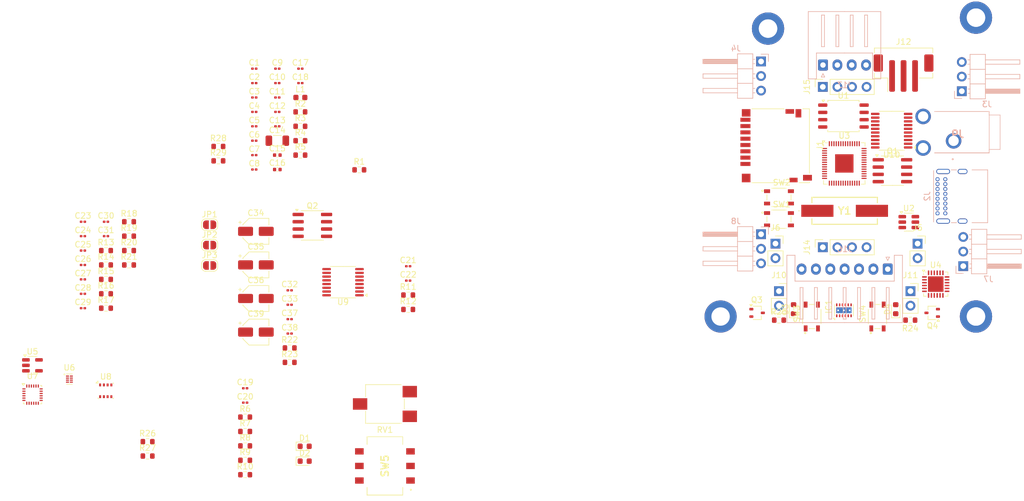
<source format=kicad_pcb>
(kicad_pcb (version 20221018) (generator pcbnew)
  (layers (0 "F.Cu" signal) (31 "B.Cu" signal) (34 "B.Paste" user) (35 "F.Paste" user) (36 "B.SilkS" user "B.Silkscreen") (37 "F.SilkS" user "F.Silkscreen") (38 "B.Mask" user) (39 "F.Mask" user) (44 "Edge.Cuts" user))
  (net 0 "")
  (net 1 "+1V1")
  (net 2 "GND")
  (net 3 "+3.3V")
  (net 4 "Net-(U2-BST)")
  (net 5 "Net-(U2-SW)")
  (net 6 "VCC")
  (net 7 "XIN")
  (net 8 "Net-(C18-Pad2)")
  (net 9 "+2V8")
  (net 10 "Net-(U4-VREG_1V2)")
  (net 11 "+1V8")
  (net 12 "Net-(U7-REGOUT)")
  (net 13 "Net-(JP3-A)")
  (net 14 "Net-(C30-Pad2)")
  (net 15 "Net-(C32-Pad1)")
  (net 16 "Net-(U10-CAPP)")
  (net 17 "Net-(U10-CAPM)")
  (net 18 "Net-(U10-VNEG)")
  (net 19 "Net-(U10-LDOO)")
  (net 20 "Net-(D1-K)")
  (net 21 "Net-(D2-K)")
  (net 22 "Net-(D3-K)")
  (net 23 "LED_{L}")
  (net 24 "Net-(D4-K)")
  (net 25 "LED_{R}")
  (net 26 "Net-(IC1-AOUT1)")
  (net 27 "Net-(IC1-AOUT2)")
  (net 28 "Net-(IC1-BOUT1)")
  (net 29 "Net-(IC1-BOUT2)")
  (net 30 "MOTOR_B_{EN}")
  (net 31 "MOTOR_B_{IN}")
  (net 32 "MOTOR_A_{EN}")
  (net 33 "MOTOR_A_{IN}")
  (net 35 "SD_{CS}")
  (net 36 "SPI_{MOSI}")
  (net 37 "SPI_{SCK}")
  (net 38 "SPI_{MISO}")
  (net 42 "D+")
  (net 43 "D-")
  (net 44 "ESC_{FR}")
  (net 45 "Net-(J3-Pin_2)")
  (net 46 "ESC_{FL}")
  (net 47 "ESC_{RR}")
  (net 48 "ESC_{RL}")
  (net 49 "Net-(J10-Pin_2)")
  (net 50 "Net-(J11-Pin_2)")
  (net 51 "SWD")
  (net 52 "SW_{CLK}")
  (net 53 "SDA")
  (net 54 "SCL")
  (net 55 "Tx{slash}TRIG")
  (net 56 "Net-(J15-Pin_3)")
  (net 57 "OLED_{CS}")
  (net 58 "OLED_{DC}")
  (net 59 "OLED_{RST}")
  (net 60 "Net-(JP1-B)")
  (net 61 "Net-(JP2-B)")
  (net 62 "VBUS")
  (net 63 "PW_EN")
  (net 66 "Net-(U3-USB_DP)")
  (net 67 "Net-(U3-USB_DM)")
  (net 68 "QSPI_{SS}")
  (net 69 "Net-(R3-Pad2)")
  (net 70 "Run")
  (net 71 "Net-(R4-Pad2)")
  (net 72 "XOUT")
  (net 73 "Net-(U4-VBUS_EN_SNK)")
  (net 74 "Net-(U4-POWER_OK2)")
  (net 75 "Net-(U4-POWER_OK3)")
  (net 76 "Net-(U4-VBUS_VS_DISCH)")
  (net 77 "Net-(U4-DISCH)")
  (net 78 "Net-(U6-SDA1)")
  (net 79 "Net-(U6-SCL1)")
  (net 80 "Net-(U6-EN)")
  (net 81 "Net-(U10-OUTR)")
  (net 82 "Net-(U10-OUTL)")
  (net 83 "Rx{slash}Echo")
  (net 84 "Volume")
  (net 85 "SW_{R}")
  (net 86 "SW_{L}")
  (net 87 "SW_{DIP}3")
  (net 88 "SW_{DIP}2")
  (net 89 "SW_{DIP}1")
  (net 90 "QSPI_{SD1}")
  (net 91 "QSPI_{SD2}")
  (net 92 "QSPI_{SD0}")
  (net 93 "QSPI_{CLK}")
  (net 94 "QSPI_{SD3}")
  (net 95 "I2S_{SCK}")
  (net 96 "I2S_{WS}")
  (net 97 "I2S_{SD}")
  (net 120 "CC1")
  (net 121 "Net-(Q1A-S1)")
  (net 122 "CC2")
  (net 123 "Net-(Q2A-S1)")
  (net 124 "Net-(Q3-B)")
  (net 125 "Net-(Q4-B)")
  (footprint "LED_SMD:LED_0603_1608Metric" (layer "F.Cu") (at 242.57 104.14 90)
    (fp_text reference "D4" (at 0 -1.43 90) (layer "F.SilkS"))
    (fp_text value "LED")
    (pad "1" smd roundrect (at -0.7875 0 90) (size 0.875 0.95) (layers "F.Cu" "F.Paste" "F.Mask") (net 24 "Net-(D4-K)"))
    (pad "2" smd roundrect (at 0.7875 0 90) (size 0.875 0.95) (layers "F.Cu" "F.Paste" "F.Mask") (net 25 "LED_{R}"))
  )
  (footprint "Capacitor_SMD:C_0201_0603Metric" (layer "F.Cu") (at 101.105 101.45)
    (fp_text reference "C28" (at 0 -1.05) (layer "F.SilkS"))
    (fp_text value "100n")
    (pad "1" smd roundrect (at -0.32 0) (size 0.46 0.4) (layers "F.Cu" "F.Mask") (net 11 "+1V8"))
    (pad "2" smd roundrect (at 0.32 0) (size 0.46 0.4) (layers "F.Cu" "F.Mask") (net 2 "GND"))
  )
  (footprint "Resistor_SMD:R_0603_1608Metric" (layer "F.Cu") (at 124.675 78.29)
    (fp_text reference "R29" (at 0 -1.43) (layer "F.SilkS"))
    (fp_text value "2k")
    (pad "1" smd roundrect (at -0.825 0) (size 0.8 0.95) (layers "F.Cu" "F.Paste" "F.Mask") (net 2 "GND"))
    (pad "2" smd roundrect (at 0.825 0) (size 0.8 0.95) (layers "F.Cu" "F.Paste" "F.Mask") (net 83 "Rx{slash}Echo"))
  )
  (footprint "Connector_PinSocket_2.54mm:PinSocket_1x02_P2.54mm_Vertical" (layer "F.Cu") (at 221.64 92.71)
    (fp_text reference "J6" (at 0 -2.77) (layer "F.SilkS"))
    (fp_text value "LMotor")
    (pad "1" thru_hole rect (at 0 0) (size 1.7 1.7) (drill 1) (layers "*.Cu" "*.Mask") (net 28 "Net-(IC1-BOUT1)"))
    (pad "2" thru_hole oval (at 0 2.54) (size 1.7 1.7) (drill 1) (layers "*.Cu" "*.Mask") (net 29 "Net-(IC1-BOUT2)"))
  )
  (footprint "Package_DFN_QFN:QFN-56-1EP_7x7mm_P0.4mm_EP3.2x3.2mm" (layer "F.Cu") (at 233.62 78.74)
    (fp_text reference "U3" (at 0 -4.83) (layer "F.SilkS"))
    (fp_text value "RP2040")
    (pad "1" smd roundrect (at -3.4375 -2.6) (size 0.875 0.2) (layers "F.Cu" "F.Paste" "F.Mask") (net 3 "+3.3V"))
    (pad "2" smd roundrect (at -3.4375 -2.2) (size 0.875 0.2) (layers "F.Cu" "F.Paste" "F.Mask") (net 83 "Rx{slash}Echo"))
    (pad "3" smd roundrect (at -3.4375 -1.8) (size 0.875 0.2) (layers "F.Cu" "F.Paste" "F.Mask") (net 55 "Tx{slash}TRIG"))
    (pad "4" smd roundrect (at -3.4375 -1.4) (size 0.875 0.2) (layers "F.Cu" "F.Paste" "F.Mask") (net 46 "ESC_{FL}"))
    (pad "5" smd roundrect (at -3.4375 -1) (size 0.875 0.2) (layers "F.Cu" "F.Paste" "F.Mask") (net 86 "SW_{L}"))
    (pad "6" smd roundrect (at -3.4375 -0.6) (size 0.875 0.2) (layers "F.Cu" "F.Paste" "F.Mask") (net 23 "LED_{L}"))
    (pad "7" smd roundrect (at -3.4375 -0.2) (size 0.875 0.2) (layers "F.Cu" "F.Paste" "F.Mask") (net 59 "OLED_{RST}"))
    (pad "8" smd roundrect (at -3.4375 0.2) (size 0.875 0.2) (layers "F.Cu" "F.Paste" "F.Mask") (net 58 "OLED_{DC}"))
    (pad "9" smd roundrect (at -3.4375 0.6) (size 0.875 0.2) (layers "F.Cu" "F.Paste" "F.Mask") (net 57 "OLED_{CS}"))
    (pad "10" smd roundrect (at -3.4375 1) (size 0.875 0.2) (layers "F.Cu" "F.Paste" "F.Mask") (net 3 "+3.3V"))
    (pad "11" smd roundrect (at -3.4375 1.4) (size 0.875 0.2) (layers "F.Cu" "F.Paste" "F.Mask") (net 53 "SDA"))
    (pad "12" smd roundrect (at -3.4375 1.8) (size 0.875 0.2) (layers "F.Cu" "F.Paste" "F.Mask") (net 54 "SCL"))
    (pad "13" smd roundrect (at -3.4375 2.2) (size 0.875 0.2) (layers "F.Cu" "F.Paste" "F.Mask") (net 37 "SPI_{SCK}"))
    (pad "14" smd roundrect (at -3.4375 2.6) (size 0.875 0.2) (layers "F.Cu" "F.Paste" "F.Mask") (net 36 "SPI_{MOSI}"))
    (pad "15" smd roundrect (at -2.6 3.4375) (size 0.2 0.875) (layers "F.Cu" "F.Paste" "F.Mask") (net 38 "SPI_{MISO}"))
    (pad "16" smd roundrect (at -2.2 3.4375) (size 0.2 0.875) (layers "F.Cu" "F.Paste" "F.Mask") (net 48 "ESC_{RL}"))
    (pad "17" smd roundrect (at -1.8 3.4375) (size 0.2 0.875) (layers "F.Cu" "F.Paste" "F.Mask") (net 32 "MOTOR_A_{EN}"))
    (pad "18" smd roundrect (at -1.4 3.4375) (size 0.2 0.875) (layers "F.Cu" "F.Paste" "F.Mask") (net 31 "MOTOR_B_{IN}"))
    (pad "19" smd roundrect (at -1 3.4375) (size 0.2 0.875) (layers "F.Cu" "F.Paste" "F.Mask") (net 2 "GND"))
    (pad "20" smd roundrect (at -0.6 3.4375) (size 0.2 0.875) (layers "F.Cu" "F.Paste" "F.Mask") (net 7 "XIN"))
    (pad "21" smd roundrect (at -0.2 3.4375) (size 0.2 0.875) (layers "F.Cu" "F.Paste" "F.Mask") (net 72 "XOUT"))
    (pad "22" smd roundrect (at 0.2 3.4375) (size 0.2 0.875) (layers "F.Cu" "F.Paste" "F.Mask") (net 3 "+3.3V"))
    (pad "23" smd roundrect (at 0.6 3.4375) (size 0.2 0.875) (layers "F.Cu" "F.Paste" "F.Mask") (net 1 "+1V1"))
    (pad "24" smd roundrect (at 1 3.4375) (size 0.2 0.875) (layers "F.Cu" "F.Paste" "F.Mask") (net 52 "SW_{CLK}"))
    (pad "25" smd roundrect (at 1.4 3.4375) (size 0.2 0.875) (layers "F.Cu" "F.Paste" "F.Mask") (net 51 "SWD"))
    (pad "26" smd roundrect (at 1.8 3.4375) (size 0.2 0.875) (layers "F.Cu" "F.Paste" "F.Mask") (net 70 "Run"))
    (pad "27" smd roundrect (at 2.2 3.4375) (size 0.2 0.875) (layers "F.Cu" "F.Paste" "F.Mask") (net 47 "ESC_{RR}"))
    (pad "28" smd roundrect (at 2.6 3.4375) (size 0.2 0.875) (layers "F.Cu" "F.Paste" "F.Mask") (net 33 "MOTOR_A_{IN}"))
    (pad "29" smd roundrect (at 3.4375 2.6) (size 0.875 0.2) (layers "F.Cu" "F.Paste" "F.Mask") (net 25 "LED_{R}"))
    (pad "30" smd roundrect (at 3.4375 2.2) (size 0.875 0.2) (layers "F.Cu" "F.Paste" "F.Mask") (net 95 "I2S_{SCK}"))
    (pad "31" smd roundrect (at 3.4375 1.8) (size 0.875 0.2) (layers "F.Cu" "F.Paste" "F.Mask") (net 96 "I2S_{WS}"))
    (pad "32" smd roundrect (at 3.4375 1.4) (size 0.875 0.2) (layers "F.Cu" "F.Paste" "F.Mask") (net 97 "I2S_{SD}"))
    (pad "33" smd roundrect (at 3.4375 1) (size 0.875 0.2) (layers "F.Cu" "F.Paste" "F.Mask") (net 3 "+3.3V"))
    (pad "34" smd roundrect (at 3.4375 0.6) (size 0.875 0.2) (layers "F.Cu" "F.Paste" "F.Mask") (net 85 "SW_{R}"))
    (pad "35" smd roundrect (at 3.4375 0.2) (size 0.875 0.2) (layers "F.Cu" "F.Paste" "F.Mask") (net 30 "MOTOR_B_{EN}"))
    (pad "36" smd roundrect (at 3.4375 -0.2) (size 0.875 0.2) (layers "F.Cu" "F.Paste" "F.Mask") (net 89 "SW_{DIP}1"))
    (pad "37" smd roundrect (at 3.4375 -0.6) (size 0.875 0.2) (layers "F.Cu" "F.Paste" "F.Mask") (net 88 "SW_{DIP}2"))
    (pad "38" smd roundrect (at 3.4375 -1) (size 0.875 0.2) (layers "F.Cu" "F.Paste" "F.Mask") (net 84 "Volume"))
    (pad "39" smd roundrect (at 3.4375 -1.4) (size 0.875 0.2) (layers "F.Cu" "F.Paste" "F.Mask") (net 35 "SD_{CS}"))
    (pad "40" smd roundrect (at 3.4375 -1.8) (size 0.875 0.2) (layers "F.Cu" "F.Paste" "F.Mask") (net 44 "ESC_{FR}"))
    (pad "41" smd roundrect (at 3.4375 -2.2) (size 0.875 0.2) (layers "F.Cu" "F.Paste" "F.Mask") (net 87 "SW_{DIP}3"))
    (pad "42" smd roundrect (at 3.4375 -2.6) (size 0.875 0.2) (layers "F.Cu" "F.Paste" "F.Mask") (net 3 "+3.3V"))
    (pad "43" smd roundrect (at 2.6 -3.4375) (size 0.2 0.875) (layers "F.Cu" "F.Paste" "F.Mask") (net 3 "+3.3V"))
    (pad "44" smd roundrect (at 2.2 -3.4375) (size 0.2 0.875) (layers "F.Cu" "F.Paste" "F.Mask") (net 3 "+3.3V"))
    (pad "45" smd roundrect (at 1.8 -3.4375) (size 0.2 0.875) (layers "F.Cu" "F.Paste" "F.Mask") (net 1 "+1V1"))
    (pad "46" smd roundrect (at 1.4 -3.4375) (size 0.2 0.875) (layers "F.Cu" "F.Paste" "F.Mask") (net 67 "Net-(U3-USB_DM)"))
    (pad "47" smd roundrect (at 1 -3.4375) (size 0.2 0.875) (layers "F.Cu" "F.Paste" "F.Mask") (net 66 "Net-(U3-USB_DP)"))
    (pad "48" smd roundrect (at 0.6 -3.4375) (size 0.2 0.875) (layers "F.Cu" "F.Paste" "F.Mask") (net 3 "+3.3V"))
    (pad "49" smd roundrect (at 0.2 -3.4375) (size 0.2 0.875) (layers "F.Cu" "F.Paste" "F.Mask") (net 3 "+3.3V"))
    (pad "50" smd roundrect (at -0.2 -3.4375) (size 0.2 0.875) (layers "F.Cu" "F.Paste" "F.Mask") (net 1 "+1V1"))
    (pad "51" smd roundrect (at -0.6 -3.4375) (size 0.2 0.875) (layers "F.Cu" "F.Paste" "F.Mask") (net 94 "QSPI_{SD3}"))
    (pad "52" smd roundrect (at -1 -3.4375) (size 0.2 0.875) (layers "F.Cu" "F.Paste" "F.Mask") (net 93 "QSPI_{CLK}"))
    (pad "53" smd roundrect (at -1.4 -3.4375) (size 0.2 0.875) (layers "F.Cu" "F.Paste" "F.Mask") (net 92 "QSPI_{SD0}"))
    (pad "54" smd roundrect (at -1.8 -3.4375) (size 0.2 0.875) (layers "F.Cu" "F.Paste" "F.Mask") (net 91 "QSPI_{SD2}"))
    (pad "55" smd roundrect (at -2.2 -3.4375) (size 0.2 0.875) (layers "F.Cu" "F.Paste" "F.Mask") (net 90 "QSPI_{SD1}"))
    (pad "56" smd roundrect (at -2.6 -3.4375) (size 0.2 0.875) (layers "F.Cu" "F.Paste" "F.Mask") (net 68 "QSPI_{SS}"))
    (pad "57" smd rect (at 0 0) (size 3.2 3.2) (property pad_prop_heatsink) (layers "F.Cu" "F.Mask") (net 2 "GND"))
  )
  (footprint "Resistor_SMD:R_0603_1608Metric" (layer "F.Cu") (at 157.71 104.18)
    (fp_text reference "R12" (at 0 -1.43) (layer "F.SilkS"))
    (fp_text value "10k")
    (pad "1" smd roundrect (at -0.825 0) (size 0.8 0.95) (layers "F.Cu" "F.Paste" "F.Mask") (net 2 "GND"))
    (pad "2" smd roundrect (at 0.825 0) (size 0.8 0.95) (layers "F.Cu" "F.Paste" "F.Mask") (net 45 "Net-(J3-Pin_2)"))
  )
  (footprint "Capacitor_SMD:C_0201_0603Metric" (layer "F.Cu") (at 138.945 62.23)
    (fp_text reference "C17" (at 0 -1.05) (layer "F.SilkS"))
    (fp_text value "27p")
    (pad "1" smd roundrect (at -0.32 0) (size 0.46 0.4) (layers "F.Cu" "F.Mask") (net 2 "GND"))
    (pad "2" smd roundrect (at 0.32 0) (size 0.46 0.4) (layers "F.Cu" "F.Mask") (net 7 "XIN"))
  )
  (footprint "Capacitor_SMD:C_0201_0603Metric" (layer "F.Cu") (at 137.085 108.38)
    (fp_text reference "C38" (at 0 -1.05) (layer "F.SilkS"))
    (fp_text value "2.2µ")
    (pad "1" smd roundrect (at -0.32 0) (size 0.46 0.4) (layers "F.Cu" "F.Mask") (net 18 "Net-(U10-VNEG)"))
    (pad "2" smd roundrect (at 0.32 0) (size 0.46 0.4) (layers "F.Cu" "F.Mask") (net 2 "GND"))
  )
  (footprint "Connector_PinSocket_2.54mm:PinSocket_1x02_P2.54mm_Vertical" (layer "F.Cu") (at 245.135 100.985)
    (fp_text reference "J11" (at 0 -2.77) (layer "F.SilkS"))
    (fp_text value "LED")
    (pad "1" thru_hole rect (at 0 0) (size 1.7 1.7) (drill 1) (layers "*.Cu" "*.Mask") (net 3 "+3.3V"))
    (pad "2" thru_hole oval (at 0 2.54) (size 1.7 1.7) (drill 1) (layers "*.Cu" "*.Mask") (net 50 "Net-(J11-Pin_2)"))
  )
  (footprint "Package_TO_SOT_SMD:SOT-23-5" (layer "F.Cu") (at 92.314 113.919)
    (fp_text reference "U5" (at 0 -2.4) (layer "F.SilkS"))
    (fp_text value "TLV73318PDBV")
    (pad "1" smd roundrect (at -1.1375 -0.95) (size 1.325 0.6) (layers "F.Cu" "F.Paste" "F.Mask") (net 3 "+3.3V"))
    (pad "2" smd roundrect (at -1.1375 0) (size 1.325 0.6) (layers "F.Cu" "F.Paste" "F.Mask") (net 2 "GND"))
    (pad "3" smd roundrect (at -1.1375 0.95) (size 1.325 0.6) (layers "F.Cu" "F.Paste" "F.Mask") (net 3 "+3.3V"))
    (pad "4" smd roundrect (at 1.1375 0.95) (size 1.325 0.6) (layers "F.Cu" "F.Paste" "F.Mask"))
    (pad "5" smd roundrect (at 1.1375 -0.95) (size 1.325 0.6) (layers "F.Cu" "F.Paste" "F.Mask") (net 11 "+1V8"))
  )
  (footprint "Package_TO_SOT_SMD:TSOT-23-6" (layer "F.Cu") (at 244.8505 88.961)
    (fp_text reference "U2" (at 0 -2.4) (layer "F.SilkS"))
    (fp_text value "AP63203WU")
    (pad "1" smd roundrect (at -1.1375 -0.95) (size 1.325 0.6) (layers "F.Cu" "F.Paste" "F.Mask") (net 3 "+3.3V"))
    (pad "2" smd roundrect (at -1.1375 0) (size 1.325 0.6) (layers "F.Cu" "F.Paste" "F.Mask") (net 6 "VCC"))
    (pad "3" smd roundrect (at -1.1375 0.95) (size 1.325 0.6) (layers "F.Cu" "F.Paste" "F.Mask") (net 6 "VCC"))
    (pad "4" smd roundrect (at 1.1375 0.95) (size 1.325 0.6) (layers "F.Cu" "F.Paste" "F.Mask") (net 2 "GND"))
    (pad "5" smd roundrect (at 1.1375 0) (size 1.325 0.6) (layers "F.Cu" "F.Paste" "F.Mask") (net 5 "Net-(U2-SW)"))
    (pad "6" smd roundrect (at 1.1375 -0.95) (size 1.325 0.6) (layers "F.Cu" "F.Paste" "F.Mask") (net 4 "Net-(U2-BST)"))
  )
  (footprint "Capacitor_SMD:C_0201_0603Metric" (layer "F.Cu") (at 130.925 62.23)
    (fp_text reference "C1" (at 0 -1.05) (layer "F.SilkS"))
    (fp_text value "100n")
    (pad "1" smd roundrect (at -0.32 0) (size 0.46 0.4) (layers "F.Cu" "F.Mask") (net 1 "+1V1"))
    (pad "2" smd roundrect (at 0.32 0) (size 0.46 0.4) (layers "F.Cu" "F.Mask") (net 2 "GND"))
  )
  (footprint "Capacitor_SMD:C_0201_0603Metric" (layer "F.Cu") (at 101.105 93.92)
    (fp_text reference "C25" (at 0 -1.05) (layer "F.SilkS"))
    (fp_text value "0.1u")
    (pad "1" smd roundrect (at -0.32 0) (size 0.46 0.4) (layers "F.Cu" "F.Mask") (net 11 "+1V8"))
    (pad "2" smd roundrect (at 0.32 0) (size 0.46 0.4) (layers "F.Cu" "F.Mask") (net 2 "GND"))
  )
  (footprint "MountingHole:MountingHole_3.2mm_M3_DIN965_Pad" (layer "F.Cu") (at 220.345 55.245)
    (fp_text reference "REF**")
    (fp_text value "MountingHole_3.2mm_M3_DIN965_Pad" hide)
    (pad "1" thru_hole circle (at 0 0) (size 5.6 5.6) (drill 3.2) (layers "*.Cu" "*.Mask"))
  )
  (footprint "Capacitor_SMD:C_0201_0603Metric" (layer "F.Cu") (at 130.925 69.76)
    (fp_text reference "C4" (at 0 -1.05) (layer "F.SilkS"))
    (fp_text value "100n")
    (pad "1" smd roundrect (at -0.32 0) (size 0.46 0.4) (layers "F.Cu" "F.Mask") (net 3 "+3.3V"))
    (pad "2" smd roundrect (at 0.32 0) (size 0.46 0.4) (layers "F.Cu" "F.Mask") (net 2 "GND"))
  )
  (footprint "Resistor_SMD:R_0603_1608Metric" (layer "F.Cu") (at 105.115 98.94)
    (fp_text reference "R15" (at 0 -1.43) (layer "F.SilkS"))
    (fp_text value "1k")
    (pad "1" smd roundrect (at -0.825 0) (size 0.8 0.95) (layers "F.Cu" "F.Paste" "F.Mask") (net 11 "+1V8"))
    (pad "2" smd roundrect (at 0.825 0) (size 0.8 0.95) (layers "F.Cu" "F.Paste" "F.Mask") (net 79 "Net-(U6-SCL1)"))
  )
  (footprint "SW_SKRPACE010:SW_SKRPACE010" (layer "F.Cu") (at 222.25 88.46)
    (fp_text reference "SW1" (at 0.47575 -2.58912) (layer "F.SilkS") (effects (font (size 1.001591 1.001591))))
    (fp_text value "SW_Bootsel")
    (pad "1" smd rect (at -2.075 -1.075) (size 1.05 0.65) (layers "F.Cu" "F.Paste" "F.Mask") (net 69 "Net-(R3-Pad2)"))
    (pad "2" smd rect (at -2.075 1.075) (size 1.05 0.65) (layers "F.Cu" "F.Paste" "F.Mask") (net 2 "GND"))
    (pad "3" smd rect (at 2.075 -1.075) (size 1.05 0.65) (layers "F.Cu" "F.Paste" "F.Mask"))
    (pad "4" smd rect (at 2.075 1.075) (size 1.05 0.65) (layers "F.Cu" "F.Paste" "F.Mask"))
  )
  (footprint "Resistor_SMD:R_0603_1608Metric" (layer "F.Cu") (at 157.71 101.67)
    (fp_text reference "R11" (at 0 -1.43) (layer "F.SilkS"))
    (fp_text value "100k")
    (pad "1" smd roundrect (at -0.825 0) (size 0.8 0.95) (layers "F.Cu" "F.Paste" "F.Mask") (net 45 "Net-(J3-Pin_2)"))
    (pad "2" smd roundrect (at 0.825 0) (size 0.8 0.95) (layers "F.Cu" "F.Paste" "F.Mask") (net 121 "Net-(Q1A-S1)"))
  )
  (footprint "Capacitor_SMD:C_0201_0603Metric" (layer "F.Cu") (at 157.71 96.65)
    (fp_text reference "C21" (at 0 -1.05) (layer "F.SilkS"))
    (fp_text value "0.1u")
    (pad "1" smd roundrect (at -0.32 0) (size 0.46 0.4) (layers "F.Cu" "F.Mask") (net 6 "VCC"))
    (pad "2" smd roundrect (at 0.32 0) (size 0.46 0.4) (layers "F.Cu" "F.Mask") (net 2 "GND"))
  )
  (footprint "Connector_PinSocket_2.54mm:PinSocket_1x02_P2.54mm_Vertical" (layer "F.Cu") (at 222.25 100.985)
    (fp_text reference "J10" (at 0 -2.77) (layer "F.SilkS"))
    (fp_text value "LED")
    (pad "1" thru_hole rect (at 0 0) (size 1.7 1.7) (drill 1) (layers "*.Cu" "*.Mask") (net 3 "+3.3V"))
    (pad "2" thru_hole oval (at 0 2.54) (size 1.7 1.7) (drill 1) (layers "*.Cu" "*.Mask") (net 49 "Net-(J10-Pin_2)"))
  )
  (footprint "Resistor_SMD:R_0603_1608Metric" (layer "F.Cu") (at 109.125 93.92)
    (fp_text reference "R20" (at 0 -1.43) (layer "F.SilkS"))
    (fp_text value "100k")
    (pad "1" smd roundrect (at -0.825 0) (size 0.8 0.95) (layers "F.Cu" "F.Paste" "F.Mask") (net 123 "Net-(Q2A-S1)"))
    (pad "2" smd roundrect (at 0.825 0) (size 0.8 0.95) (layers "F.Cu" "F.Paste" "F.Mask") (net 63 "PW_EN"))
  )
  (footprint "Capacitor_SMD:C_0201_0603Metric" (layer "F.Cu") (at 130.925 64.74)
    (fp_text reference "C2" (at 0 -1.05) (layer "F.SilkS"))
    (fp_text value "100n")
    (pad "1" smd roundrect (at -0.32 0) (size 0.46 0.4) (layers "F.Cu" "F.Mask") (net 1 "+1V1"))
    (pad "2" smd roundrect (at 0.32 0) (size 0.46 0.4) (layers "F.Cu" "F.Mask") (net 2 "GND"))
  )
  (footprint "Package_SO:TSSOP-20_4.4x6.5mm_P0.65mm" (layer "F.Cu") (at 241.8665 73.036 180)
    (fp_text reference "U10" (at 0 -4.2) (layer "F.SilkS"))
    (fp_text value "PCM5102A")
    (pad "1" smd roundrect (at -2.8625 -2.925 180) (size 1.475 0.4) (layers "F.Cu" "F.Paste" "F.Mask") (net 3 "+3.3V"))
    (pad "2" smd roundrect (at -2.8625 -2.275 180) (size 1.475 0.4) (layers "F.Cu" "F.Paste" "F.Mask") (net 16 "Net-(U10-CAPP)"))
    (pad "3" smd roundrect (at -2.8625 -1.625 180) (size 1.475 0.4) (layers "F.Cu" "F.Paste" "F.Mask") (net 2 "GND"))
    (pad "4" smd roundrect (at -2.8625 -0.975 180) (size 1.475 0.4) (layers "F.Cu" "F.Paste" "F.Mask") (net 17 "Net-(U10-CAPM)"))
    (pad "5" smd roundrect (at -2.8625 -0.325 180) (size 1.475 0.4) (layers "F.Cu" "F.Paste" "F.Mask") (net 18 "Net-(U10-VNEG)"))
    (pad "6" smd roundrect (at -2.8625 0.325 180) (size 1.475 0.4) (layers "F.Cu" "F.Paste" "F.Mask") (net 82 "Net-(U10-OUTL)"))
    (pad "7" smd roundrect (at -2.8625 0.975 180) (size 1.475 0.4) (layers "F.Cu" "F.Paste" "F.Mask") (net 81 "Net-(U10-OUTR)"))
    (pad "8" smd roundrect (at -2.8625 1.625 180) (size 1.475 0.4) (layers "F.Cu" "F.Paste" "F.Mask") (net 3 "+3.3V"))
    (pad "9" smd roundrect (at -2.8625 2.275 180) (size 1.475 0.4) (layers "F.Cu" "F.Paste" "F.Mask") (net 2 "GND"))
    (pad "10" smd roundrect (at -2.8625 2.925 180) (size 1.475 0.4) (layers "F.Cu" "F.Paste" "F.Mask") (net 2 "GND"))
    (pad "11" smd roundrect (at 2.8625 2.925 180) (size 1.475 0.4) (layers "F.Cu" "F.Paste" "F.Mask") (net 2 "GND"))
    (pad "12" smd roundrect (at 2.8625 2.275 180) (size 1.475 0.4) (layers "F.Cu" "F.Paste" "F.Mask") (net 2 "GND"))
    (pad "13" smd roundrect (at 2.8625 1.625 180) (size 1.475 0.4) (layers "F.Cu" "F.Paste" "F.Mask") (net 95 "I2S_{SCK}"))
    (pad "14" smd roundrect (at 2.8625 0.975 180) (size 1.475 0.4) (layers "F.Cu" "F.Paste" "F.Mask") (net 97 "I2S_{SD}"))
    (pad "15" smd roundrect (at 2.8625 0.325 180) (size 1.475 0.4) (layers "F.Cu" "F.Paste" "F.Mask") (net 96 "I2S_{WS}"))
    (pad "16" smd roundrect (at 2.8625 -0.325 180) (size 1.475 0.4) (layers "F.Cu" "F.Paste" "F.Mask") (net 2 "GND"))
    (pad "17" smd roundrect (at 2.8625 -0.975 180) (size 1.475 0.4) (layers "F.Cu" "F.Paste" "F.Mask") (net 3 "+3.3V"))
    (pad "18" smd roundrect (at 2.8625 -1.625 180) (size 1.475 0.4) (layers "F.Cu" "F.Paste" "F.Mask") (net 19 "Net-(U10-LDOO)"))
    (pad "19" smd roundrect (at 2.8625 -2.275 180) (size 1.475 0.4) (layers "F.Cu" "F.Paste" "F.Mask") (net 2 "GND"))
    (pad "20" smd roundrect (at 2.8625 -2.925 180) (size 1.475 0.4) (layers "F.Cu" "F.Paste" "F.Mask") (net 3 "+3.3V"))
  )
  (footprint "Capacitor_SMD:C_0201_0603Metric" (layer "F.Cu") (at 130.925 79.8)
    (fp_text reference "C8" (at 0 -1.05) (layer "F.SilkS"))
    (fp_text value "100n")
    (pad "1" smd roundrect (at -0.32 0) (size 0.46 0.4) (layers "F.Cu" "F.Mask") (net 3 "+3.3V"))
    (pad "2" smd roundrect (at 0.32 0) (size 0.46 0.4) (layers "F.Cu" "F.Mask") (net 2 "GND"))
  )
  (footprint "Resistor_SMD:R_0603_1608Metric" (layer "F.Cu") (at 105.115 101.45)
    (fp_text reference "R16" (at 0 -1.43) (layer "F.SilkS"))
    (fp_text value "1k")
    (pad "1" smd roundrect (at -0.825 0) (size 0.8 0.95) (layers "F.Cu" "F.Paste" "F.Mask") (net 3 "+3.3V"))
    (pad "2" smd roundrect (at 0.825 0) (size 0.8 0.95) (layers "F.Cu" "F.Paste" "F.Mask") (net 54 "SCL"))
  )
  (footprint "Resistor_SMD:R_0603_1608Metric" (layer "F.Cu") (at 138.945 72.27)
    (fp_text reference "R3" (at 0 -1.43) (layer "F.SilkS"))
    (fp_text value "1k")
    (pad "1" smd roundrect (at -0.825 0) (size 0.8 0.95) (layers "F.Cu" "F.Paste" "F.Mask") (net 68 "QSPI_{SS}"))
    (pad "2" smd roundrect (at 0.825 0) (size 0.8 0.95) (layers "F.Cu" "F.Paste" "F.Mask") (net 69 "Net-(R3-Pad2)"))
  )
  (footprint "Resistor_SMD:R_0603_1608Metric" (layer "F.Cu") (at 138.945 69.76)
    (fp_text reference "R2" (at 0 -1.43) (layer "F.SilkS"))
    (fp_text value "27")
    (pad "1" smd roundrect (at -0.825 0) (size 0.8 0.95) (layers "F.Cu" "F.Paste" "F.Mask") (net 43 "D-"))
    (pad "2" smd roundrect (at 0.825 0) (size 0.8 0.95) (layers "F.Cu" "F.Paste" "F.Mask") (net 67 "Net-(U3-USB_DM)"))
  )
  (footprint "Capacitor_SMD:CP_Elec_4x5.4" (layer "F.Cu") (at 131.205 90.57)
    (fp_text reference "C34" (at 0 -3.2) (layer "F.SilkS"))
    (fp_text value "10µ")
    (pad "1" smd roundrect (at -1.8 0) (size 2.6 1.6) (layers "F.Cu" "F.Paste" "F.Mask") (roundrect_rratio 0.15625) (net 3 "+3.3V"))
    (pad "2" smd roundrect (at 1.8 0) (size 2.6 1.6) (layers "F.Cu" "F.Paste" "F.Mask") (roundrect_rratio 0.15625) (net 2 "GND"))
  )
  (footprint "Capacitor_SMD:C_0201_0603Metric" (layer "F.Cu") (at 101.105 103.96)
    (fp_text reference "C29" (at 0 -1.05) (layer "F.SilkS"))
    (fp_text value "100n")
    (pad "1" smd roundrect (at -0.32 0) (size 0.46 0.4) (layers "F.Cu" "F.Mask") (net 11 "+1V8"))
    (pad "2" smd roundrect (at 0.32 0) (size 0.46 0.4) (layers "F.Cu" "F.Mask") (net 2 "GND"))
  )
  (footprint "Capacitor_SMD:C_0201_0603Metric" (layer "F.Cu") (at 105.115 91.41)
    (fp_text reference "C31" (at 0 -1.05) (layer "F.SilkS"))
    (fp_text value "0.1u")
    (pad "1" smd roundrect (at -0.32 0) (size 0.46 0.4) (layers "F.Cu" "F.Mask") (net 3 "+3.3V"))
    (pad "2" smd roundrect (at 0.32 0) (size 0.46 0.4) (layers "F.Cu" "F.Mask") (net 2 "GND"))
  )
  (footprint "Package_SO:SOIC-8_3.9x4.9mm_P1.27mm" (layer "F.Cu") (at 242 80.01)
    (fp_text reference "Q1" (at 0 -3.4) (layer "F.SilkS"))
    (fp_text value "DMP6050SSD")
    (pad "1" smd roundrect (at -2.475 -1.905) (size 1.95 0.6) (layers "F.Cu" "F.Paste" "F.Mask") (net 121 "Net-(Q1A-S1)"))
    (pad "2" smd roundrect (at -2.475 -0.635) (size 1.95 0.6) (layers "F.Cu" "F.Paste" "F.Mask") (net 45 "Net-(J3-Pin_2)"))
    (pad "3" smd roundrect (at -2.475 0.635) (size 1.95 0.6) (layers "F.Cu" "F.Paste" "F.Mask") (net 121 "Net-(Q1A-S1)"))
    (pad "4" smd roundrect (at -2.475 1.905) (size 1.95 0.6) (layers "F.Cu" "F.Paste" "F.Mask") (net 45 "Net-(J3-Pin_2)"))
    (pad "5" smd roundrect (at 2.475 1.905) (size 1.95 0.6) (layers "F.Cu" "F.Paste" "F.Mask") (net 45 "Net-(J3-Pin_2)"))
    (pad "6" smd roundrect (at 2.475 0.635) (size 1.95 0.6) (layers "F.Cu" "F.Paste" "F.Mask") (net 45 "Net-(J3-Pin_2)"))
    (pad "7" smd roundrect (at 2.475 -0.635) (size 1.95 0.6) (layers "F.Cu" "F.Paste" "F.Mask") (net 3 "+3.3V"))
    (pad "8" smd roundrect (at 2.475 -1.905) (size 1.95 0.6) (layers "F.Cu" "F.Paste" "F.Mask") (net 3 "+3.3V"))
  )
  (footprint "Package_SON:X2SON-8_1.4x1mm_P0.35mm" (layer "F.Cu") (at 98.745 116.315)
    (fp_text reference "U6" (at 0 -2) (layer "F.SilkS"))
    (fp_text value "PCA9306D")
    (pad "1" smd roundrect (at -0.335 -0.525 270) (size 0.2 0.53) (layers "F.Cu" "F.Paste" "F.Mask") (net 2 "GND"))
    (pad "2" smd roundrect (at -0.335 -0.175 270) (size 0.2 0.53) (layers "F.Cu" "F.Paste" "F.Mask") (net 11 "+1V8"))
    (pad "3" smd roundrect (at -0.335 0.175 270) (size 0.2 0.53) (layers "F.Cu" "F.Paste" "F.Mask") (net 79 "Net-(U6-SCL1)"))
    (pad "4" smd roundrect (at -0.335 0.525 270) (size 0.2 0.53) (layers "F.Cu" "F.Paste" "F.Mask") (net 78 "Net-(U6-SDA1)"))
    (pad "5" smd roundrect (at 0.335 0.525 270) (size 0.2 0.53) (layers "F.Cu" "F.Paste" "F.Mask") (net 54 "SCL"))
    (pad "6" smd roundrect (at 0.335 0.175 270) (size 0.2 0.53) (layers "F.Cu" "F.Paste" "F.Mask") (net 53 "SDA"))
    (pad "7" smd roundrect (at 0.335 -0.175 270) (size 0.2 0.53) (layers "F.Cu" "F.Paste" "F.Mask") (net 80 "Net-(U6-EN)"))
    (pad "8" smd roundrect (at 0.335 -0.525 270) (size 0.2 0.53) (layers "F.Cu" "F.Paste" "F.Mask") (net 80 "Net-(U6-EN)"))
  )
  (footprint "Capacitor_SMD:C_0201_0603Metric" (layer "F.Cu") (at 129.335 120.42)
    (fp_text reference "C20" (at 0 -1.05) (layer "F.SilkS"))
    (fp_text value "1u")
    (pad "1" smd roundrect (at -0.32 0) (size 0.46 0.4) (layers "F.Cu" "F.Mask") (net 10 "Net-(U4-VREG_1V2)"))
    (pad "2" smd roundrect (at 0.32 0) (size 0.46 0.4) (layers "F.Cu" "F.Mask") (net 2 "GND"))
  )
  (footprint "Connector_PinSocket_2.54mm:PinSocket_1x04_P2.54mm_Vertical" (layer "F.Cu") (at 229.88 93.345 90)
    (fp_text reference "J14" (at 0 -2.77 90) (layer "F.SilkS"))
    (fp_text value "Temperature")
    (pad "1" thru_hole rect (at 0 0 90) (size 1.7 1.7) (drill 1) (layers "*.Cu" "*.Mask") (net 3 "+3.3V"))
    (pad "2" thru_hole oval (at 0 2.54 90) (size 1.7 1.7) (drill 1) (layers "*.Cu" "*.Mask") (net 53 "SDA"))
    (pad "3" thru_hole oval (at 0 5.08 90) (size 1.7 1.7) (drill 1) (layers "*.Cu" "*.Mask") (net 2 "GND"))
    (pad "4" thru_hole oval (at 0 7.62 90) (size 1.7 1.7) (drill 1) (layers "*.Cu" "*.Mask") (net 54 "SCL"))
  )
  (footprint "LED_SMD:LED_0603_1608Metric" (layer "F.Cu") (at 224.79 104.14 90)
    (fp_text reference "D3" (at 0 -1.43 90) (layer "F.SilkS"))
    (fp_text value "LED")
    (pad "1" smd roundrect (at -0.7875 0 90) (size 0.875 0.95) (layers "F.Cu" "F.Paste" "F.Mask") (net 22 "Net-(D3-K)"))
    (pad "2" smd roundrect (at 0.7875 0 90) (size 0.875 0.95) (layers "F.Cu" "F.Paste" "F.Mask") (net 23 "LED_{L}"))
  )
  (footprint "MountingHole:MountingHole_3.2mm_M3_DIN965_Pad" (layer "F.Cu") (at 256.54 105.41)
    (fp_text reference "REF**")
    (fp_text value "MountingHole_3.2mm_M3_DIN965_Pad" hide)
    (pad "1" thru_hole circle (at 0 0) (size 5.6 5.6) (drill 3.2) (layers "*.Cu" "*.Mask"))
  )
  (footprint "Capacitor_SMD:C_0201_0603Metric" (layer "F.Cu") (at 134.935 69.76)
    (fp_text reference "C12" (at 0 -1.05) (layer "F.SilkS"))
    (fp_text value "1u")
    (pad "1" smd roundrect (at -0.32 0) (size 0.46 0.4) (layers "F.Cu" "F.Mask") (net 3 "+3.3V"))
    (pad "2" smd roundrect (at 0.32 0) (size 0.46 0.4) (layers "F.Cu" "F.Mask") (net 2 "GND"))
  )
  (footprint "Resistor_SMD:R_0603_1608Metric" (layer "F.Cu") (at 129.335 122.93)
    (fp_text reference "R6" (at 0 -1.43) (layer "F.SilkS"))
    (fp_text value "10k")
    (pad "1" smd roundrect (at -0.825 0) (size 0.8 0.95) (layers "F.Cu" "F.Paste" "F.Mask") (net 73 "Net-(U4-VBUS_EN_SNK)"))
    (pad "2" smd roundrect (at 0.825 0) (size 0.8 0.95) (layers "F.Cu" "F.Paste" "F.Mask") (net 63 "PW_EN"))
  )
  (footprint "Capacitor_SMD:C_0603_1608Metric" (layer "F.Cu") (at 138.945 67.25)
    (fp_text reference "L1" (at 0 -1.43) (layer "F.SilkS"))
    (fp_text value "4.7u")
    (pad "1" smd roundrect (at -0.775 0) (size 0.9 0.95) (layers "F.Cu" "F.Paste" "F.Mask") (net 5 "Net-(U2-SW)"))
    (pad "2" smd roundrect (at 0.775 0) (size 0.9 0.95) (layers "F.Cu" "F.Paste" "F.Mask") (net 3 "+3.3V"))
  )
  (footprint "Capacitor_SMD:C_0201_0603Metric" (layer "F.Cu") (at 130.925 72.27)
    (fp_text reference "C5" (at 0 -1.05) (layer "F.SilkS"))
    (fp_text value "100n")
    (pad "1" smd roundrect (at -0.32 0) (size 0.46 0.4) (layers "F.Cu" "F.Mask") (net 3 "+3.3V"))
    (pad "2" smd roundrect (at 0.32 0) (size 0.46 0.4) (layers "F.Cu" "F.Mask") (net 2 "GND"))
  )
  (footprint "ABLS-12_000MHZ-B4-T:ABLS" (layer "F.Cu") (at 233.68 86.995)
    (fp_text reference "Y1" (at 0 0) (layer "F.SilkS") (effects (font (size 1.27 1.27) (thickness 0.254))))
    (fp_text value "ABLS-12.000MHZ-B4-T" hide)
    (pad "1" smd rect (at -4.75 0 90) (size 2.1 5.6) (layers "F.Cu" "F.Paste" "F.Mask") (net 8 "Net-(C18-Pad2)"))
    (pad "2" smd rect (at 4.75 0 90) (size 2.1 5.6) (layers "F.Cu" "F.Paste" "F.Mask") (net 7 "XIN"))
  )
  (footprint "Resistor_SMD:R_0603_1608Metric" (layer "F.Cu") (at 137.085 110.89)
    (fp_text reference "R22" (at 0 -1.43) (layer "F.SilkS"))
    (fp_text value "1k")
    (pad "1" smd roundrect (at -0.825 0) (size 0.8 0.95) (layers "F.Cu" "F.Paste" "F.Mask") (net 81 "Net-(U10-OUTR)"))
    (pad "2" smd roundrect (at 0.825 0) (size 0.8 0.95) (layers "F.Cu" "F.Paste" "F.Mask") (net 15 "Net-(C32-Pad1)"))
  )
  (footprint "Capacitor_SMD:C_0201_0603Metric" (layer "F.Cu") (at 134.935 72.27)
    (fp_text reference "C13" (at 0 -1.05) (layer "F.SilkS"))
    (fp_text value "100n")
    (pad "1" smd roundrect (at -0.32 0) (size 0.46 0.4) (layers "F.Cu" "F.Mask") (net 4 "Net-(U2-BST)"))
    (pad "2" smd roundrect (at 0.32 0) (size 0.46 0.4) (layers "F.Cu" "F.Mask") (net 5 "Net-(U2-SW)"))
  )
  (footprint "Capacitor_SMD:C_0201_0603Metric" (layer "F.Cu") (at 101.105 88.9)
    (fp_text reference "C23" (at 0 -1.05) (layer "F.SilkS"))
    (fp_text value "1u")
    (pad "1" smd roundrect (at -0.32 0) (size 0.46 0.4) (layers "F.Cu" "F.Mask") (net 3 "+3.3V"))
    (pad "2" smd roundrect (at 0.32 0) (size 0.46 0.4) (layers "F.Cu" "F.Mask") (net 2 "GND"))
  )
  (footprint "Resistor_SMD:R_0603_1608Metric" (layer "F.Cu") (at 138.945 77.29)
    (fp_text reference "R5" (at 0 -1.43) (layer "F.SilkS"))
    (fp_text value "10k")
    (pad "1" smd roundrect (at -0.825 0) (size 0.8 0.95) (layers "F.Cu" "F.Paste" "F.Mask") (net 8 "Net-(C18-Pad2)"))
    (pad "2" smd roundrect (at 0.825 0) (size 0.8 0.95) (layers "F.Cu" "F.Paste" "F.Mask") (net 72 "XOUT"))
  )
  (footprint "Package_SON:WSON-12-1EP_3x2mm_P0.5mm_EP1x2.65_ThermalVias" (layer "F.Cu") (at 233.553 104.333 90)
    (fp_text reference "IC1" (at 0.635 -2.667 90) (layer "F.SilkS"))
    (fp_text value "DRV8835DSSR")
    (pad "1" smd roundrect (at -0.95 -1.25 90) (size 0.5 0.25) (layers "F.Cu" "F.Paste" "F.Mask") (net 6 "VCC"))
    (pad "2" smd roundrect (at -0.95 -0.75 90) (size 0.5 0.25) (layers "F.Cu" "F.Paste" "F.Mask") (net 26 "Net-(IC1-AOUT1)"))
    (pad "3" smd roundrect (at -0.95 -0.25 90) (size 0.5 0.25) (layers "F.Cu" "F.Paste" "F.Mask") (net 27 "Net-(IC1-AOUT2)"))
    (pad "4" smd roundrect (at -0.95 0.25 90) (size 0.5 0.25) (layers "F.Cu" "F.Paste" "F.Mask") (net 28 "Net-(IC1-BOUT1)"))
    (pad "5" smd roundrect (at -0.95 0.75 90) (size 0.5 0.25) (layers "F.Cu" "F.Paste" "F.Mask") (net 29 "Net-(IC1-BOUT2)"))
    (pad "6" smd roundrect (at -0.95 1.25 90) (size 0.5 0.25) (layers "F.Cu" "F.Paste" "F.Mask") (net 2 "GND"))
    (pad "7" smd roundrect (at 0.95 1.25 90) (size 0.5 0.25) (layers "F.Cu" "F.Paste" "F.Mask") (net 30 "MOTOR_B_{EN}"))
    (pad "8" smd roundrect (at 0.95 0.75 90) (size 0.5 0.25) (layers "F.Cu" "F.Paste" "F.Mask") (net 31 "MOTOR_B_{IN}"))
    (pad "9" smd roundrect (at 0.95 0.25 90) (size 0.5 0.25) (layers "F.Cu" "F.Paste" "F.Mask") (net 32 "MOTOR_A_{EN}"))
    (pad "10" smd roundrect (at 0.95 -0.25 90) (size 0.5 0.25) (layers "F.Cu" "F.Paste" "F.Mask") (net 33 "MOTOR_A_{IN}"))
    (pad "11" smd roundrect (at 0.95 -0.75 90) (size 0.5 0.25) (layers "F.Cu" "F.Paste" "F.Mask") (net 3 "+3.3V"))
    (pad "12" smd roundrect (at 0.95 -1.25 90) (size 0.5 0.25) (layers "F.Cu" "F.Paste" "F.Mask") (net 3 "+3.3V"))
    (pad "13" thru_hole circle (at 0 -1 180) (size 0.6 0.6) (drill 0.3) (layers "*.Cu") (net 2 "GND"))
    (pad "13" thru_hole circle (at 0 0 90) (size 0.6 0.6) (drill 0.3) (layers "*.Cu") (net 2 "GND"))
    (pad "13" smd rect (at 0 0 90) (size 1 2.65) (layers "F.Cu" "F.Mask") (net 2 "GND"))
    (pad "13" smd rect (at 0 0 90) (size 1 2.65) (layers "B.Cu") (net 2 "GND"))
    (pad "13" thru_hole circle (at 0 1 90) (size 0.6 0.6) (drill 0.3) (layers "*.Cu") (net 2 "GND"))
  )
  (footprint "Connector_PinSocket_2.54mm:PinSocket_1x04_P2.54mm_Vertical" (layer "F.Cu") (at 229.88 65.405 90)
    (fp_text reference "J15" (at 0 -2.77 90) (layer "F.SilkS"))
    (fp_text value "UltraSonic")
    (pad "1" thru_hole rect (at 0 0 90) (size 1.7 1.7) (drill 1) (layers "*.Cu" "*.Mask") (net 3 "+3.3V"))
    (pad "2" thru_hole oval (at 0 2.54 90) (size 1.7 1.7) (drill 1) (layers "*.Cu" "*.Mask") (net 55 "Tx{slash}TRIG"))
    (pad "3" thru_hole oval (at 0 5.08 90) (size 1.7 1.7) (drill 1) (layers "*.Cu" "*.Mask") (net 56 "Net-(J15-Pin_3)"))
    (pad "4" thru_hole oval (at 0 7.62 90) (size 1.7 1.7) (drill 1) (layers "*.Cu" "*.Mask") (net 2 "GND"))
  )
  (footprint "Resistor_SMD:R_0603_1608Metric" (layer "F.Cu") (at 105.115 103.96)
    (fp_text reference "R17" (at 0 -1.43) (layer "F.SilkS"))
    (fp_text value "1k")
    (pad "1" smd roundrect (at -0.825 0) (size 0.8 0.95) (layers "F.Cu" "F.Paste" "F.Mask") (net 3 "+3.3V"))
    (pad "2" smd roundrect (at 0.825 0) (size 0.8 0.95) (layers "F.Cu" "F.Paste" "F.Mask") (net 53 "SDA"))
  )
  (footprint "Capacitor_SMD:C_0201_0603Metric" (layer "F.Cu") (at 137.085 103.36)
    (fp_text reference "C33" (at 0 -1.05) (layer "F.SilkS"))
    (fp_text value "0.01µ")
    (pad "1" smd roundrect (at -0.32 0) (size 0.46 0.4) (layers "F.Cu" "F.Mask") (net 15 "Net-(C32-Pad1)"))
    (pad "2" smd roundrect (at 0.32 0) (size 0.46 0.4) (layers "F.Cu" "F.Mask") (net 2 "GND"))
  )
  (footprint "Resistor_SMD:R_0603_1608Metric" (layer "F.Cu") (at 245.11 106.045 180)
    (fp_text reference "R24" (at 0 -1.43) (layer "F.SilkS"))
    (fp_text value "5k")
    (pad "1" smd roundrect (at -0.825 0 180) (size 0.8 0.95) (layers "F.Cu" "F.Paste" "F.Mask") (net 124 "Net-(Q3-B)"))
    (pad "2" smd roundrect (at 0.825 0 180) (size 0.8 0.95) (layers "F.Cu" "F.Paste" "F.Mask") (net 25 "LED_{R}"))
  )
  (footprint "SW_SKRPACE010:SW_SKRPACE010" (layer "F.Cu") (at 222.25 84.65)
    (fp_text reference "SW2" (at 0.47575 -2.58912) (layer "F.SilkS") (effects (font (size 1.001591 1.001591))))
    (fp_text value "SW_RST")
    (pad "1" smd rect (at -2.075 -1.075) (size 1.05 0.65) (layers "F.Cu" "F.Paste" "F.Mask") (net 71 "Net-(R4-Pad2)"))
    (pad "2" smd rect (at -2.075 1.075) (size 1.05 0.65) (layers "F.Cu" "F.Paste" "F.Mask") (net 2 "GND"))
    (pad "3" smd rect (at 2.075 -1.075) (size 1.05 0.65) (layers "F.Cu" "F.Paste" "F.Mask"))
    (pad "4" smd rect (at 2.075 1.075) (size 1.05 0.65) (layers "F.Cu" "F.Paste" "F.Mask"))
  )
  (footprint "Jumper:SolderJumper-2_P1.3mm_Open_RoundedPad1.0x1.5mm" (layer "F.Cu") (at 123.155 96.52)
    (fp_text reference "JP3" (at 0 -1.8) (layer "F.SilkS"))
    (fp_text value "Sens_SEL")
    (pad "1" smd custom (at -0.65 0) (size 1 0.5) (layers "F.Cu" "F.Mask") (net 13 "Net-(JP3-A)") (options (clearance outline) (anchor rect)) (primitives (gr_circle (center 0 0.25) (end 0.5 0.25) (width 0) (fill yes)) (gr_circle (center 0 -0.25) (end 0.5 -0.25) (width 0) (fill yes)) (gr_poly (pts (xy 0.5 0.75) (xy 0 0.75) (xy 0 -0.75) (xy 0.5 -0.75)) (width 0) (fill yes))))
    (pad "2" smd custom (at 0.65 0) (size 1 0.5) (layers "F.Cu" "F.Mask") (net 6 "VCC") (options (clearance outline) (anchor rect)) (primitives (gr_circle (center 0 0.25) (end 0.5 0.25) (width 0) (fill yes)) (gr_circle (center 0 -0.25) (end 0.5 -0.25) (width 0) (fill yes)) (gr_poly (pts (xy 0 0.75) (xy -0.5 0.75) (xy -0.5 -0.75) (xy 0 -0.75)) (width 0) (fill yes))))
  )
  (footprint "Package_LGA:Bosch_LGA-8_2.5x2.5mm_P0.65mm_ClockwisePinNumbering" (layer "F.Cu") (at 105.07 118.355)
    (fp_text reference "U8" (at 0.015 -2.465) (layer "F.SilkS"))
    (fp_text value "BME280")
    (pad "1" smd rect (at -0.975 -1.025 90) (size 0.5 0.35) (layers "F.Cu" "F.Paste" "F.Mask") (net 2 "GND"))
    (pad "2" smd rect (at -0.325 -1.025 90) (size 0.5 0.35) (layers "F.Cu" "F.Paste" "F.Mask") (net 3 "+3.3V"))
    (pad "3" smd rect (at 0.325 -1.025 90) (size 0.5 0.35) (layers "F.Cu" "F.Paste" "F.Mask") (net 53 "SDA"))
    (pad "4" smd rect (at 0.975 -1.025 90) (size 0.5 0.35) (layers "F.Cu" "F.Paste" "F.Mask") (net 54 "SCL"))
    (pad "5" smd rect (at 0.975 1.025 90) (size 0.5 0.35) (layers "F.Cu" "F.Paste" "F.Mask") (net 61 "Net-(JP2-B)"))
    (pad "6" smd rect (at 0.325 1.025 90) (size 0.5 0.35) (layers "F.Cu" "F.Paste" "F.Mask") (net 3 "+3.3V"))
    (pad "7" smd rect (at -0.325 1.025 90) (size 0.5 0.35) (layers "F.Cu" "F.Paste" "F.Mask") (net 2 "GND"))
    (pad "8" smd rect (at -0.975 1.025 90) (size 0.5 0.35) (layers "F.Cu" "F.Paste" "F.Mask") (net 3 "+3.3V"))
  )
  (footprint "Potentiometer_SMD:Potentiometer_ACP_CA6-VSMD_Vertical" (layer "F.Cu") (at 153.665 120.65 180)
    (fp_text reference "RV1" (at 0 -4.5) (layer "F.SilkS"))
    (fp_text value "10k")
    (pad "1" smd rect (at -4.325 2.15 180) (size 2.5 2) (layers "F.Cu" "F.Paste" "F.Mask") (net 3 "+3.3V"))
    (pad "2" smd rect (at 4.325 0 180) (size 2.5 2) (layers "F.Cu" "F.Paste" "F.Mask") (net 84 "Volume"))
    (pad "3" smd rect (at -4.325 -2.15 180) (size 2.5 2) (layers "F.Cu" "F.Paste" "F.Mask") (net 2 "GND"))
  )
  (footprint "SW_SKRPACE010:SW_SKRPACE010" (layer "F.Cu") (at 239.395 105.41 90)
    (fp_text reference "SW4" (at 0.47575 -2.58912 90) (layer "F.SilkS") (effects (font (size 1.001591 1.001591))))
    (fp_text value "SW_{L}")
    (pad "1" smd rect (at -2.075 -1.075 90) (size 1.05 0.65) (layers "F.Cu" "F.Paste" "F.Mask") (net 3 "+3.3V"))
    (pad "2" smd rect (at -2.075 1.075 90) (size 1.05 0.65) (layers "F.Cu" "F.Paste" "F.Mask") (net 86 "SW_{L}"))
    (pad "3" smd rect (at 2.075 -1.075 90) (size 1.05 0.65) (layers "F.Cu" "F.Paste" "F.Mask"))
    (pad "4" smd rect (at 2.075 1.075 90) (size 1.05 0.65) (layers "F.Cu" "F.Paste" "F.Mask"))
  )
  (footprint "Connector_PinSocket_2.54mm:PinSocket_1x02_P2.54mm_Vertical" (layer "F.Cu") (at 246.38 92.71)
    (fp_text reference "J5" (at 0 -2.77) (layer "F.SilkS"))
    (fp_text value "RMotor")
    (pad "1" thru_hole rect (at 0 0) (size 1.7 1.7) (drill 1) (layers "*.Cu" "*.Mask") (net 26 "Net-(IC1-AOUT1)"))
    (pad "2" thru_hole oval (at 0 2.54) (size 1.7 1.7) (drill 1) (layers "*.Cu" "*.Mask") (net 27 "Net-(IC1-AOUT2)"))
  )
  (footprint "MountingHole:MountingHole_3.2mm_M3_DIN965_Pad" (layer "F.Cu") (at 212.09 105.41)
    (fp_text reference "REF**")
    (fp_text value "MountingHole_3.2mm_M3_DIN965_Pad" hide)
    (pad "1" thru_hole circle (at 0 0) (size 5.6 5.6) (drill 3.2) (layers "*.Cu" "*.Mask"))
  )
  (footprint "" (layer "F.Cu") (at 256.54 105.41)
    (fp_text reference "" (at 0 0) (layer "F.SilkS") (effects (font (size 1.27 1.27))))
    (fp_text value "" (at 0 0) (layer "F.SilkS") (effects (font (size 1.27 1.27))))
    (pad "1" thru_hole circle (at 0 0) (size 5.6 5.6) (drill 3.2) (layers "*.Cu" "*.Mask"))
  )
  (footprint "Package_TO_SOT_SMD:SOT-323_SC-70" (layer "F.Cu") (at 248.92 104.775 180)
    (fp_text reference "Q4" (at -0.05 -2.25) (layer "F.SilkS"))
    (fp_text value "2SC4213")
    (pad "1" smd roundrect (at -1 -0.65 90) (size 0.45 0.7) (layers "F.Cu" "F.Paste" "F.Mask") (net 125 "Net-(Q4-B)"))
    (pad "2" smd roundrect (at -1 0.65 90) (size 0.45 0.7) (layers "F.Cu" "F.Paste" "F.Mask") (net 2 "GND"))
    (pad "3" smd roundrect (at 1 0 90) (size 0.45 0.7) (layers "F.Cu" "F.Paste" "F.Mask") (net 50 "Net-(J11-Pin_2)"))
  )
  (footprint "Capacitor_SMD:C_0201_0603Metric" (layer "F.Cu") (at 129.335 117.91)
    (fp_text reference "C19" (at 0 -1.05) (layer "F.SilkS"))
    (fp_text value "1u")
    (pad "1" smd roundrect (at -0.32 0) (size 0.46 0.4) (layers "F.Cu" "F.Mask") (net 9 "+2V8"))
    (pad "2" smd roundrect (at 0.32 0) (size 0.46 0.4) (layers "F.Cu" "F.Mask") (net 2 "GND"))
  )
  (footprint "" (layer "F.Cu") (at 220.345 55.245)
    (fp_text reference "" (at 0 0) (layer "F.SilkS") (effects (font (size 1.27 1.27))))
    (fp_text value "" (at 0 0) (layer "F.SilkS") (effects (font (size 1.27 1.27))))
    (pad "1" thru_hole circle (at 0 0) (size 5.6 5.6) (drill 3.2) (layers "*.Cu" "*.Mask"))
  )
  (footprint "Resistor_SMD:R_0603_1608Metric" (layer "F.Cu") (at 124.675 75.78)
    (fp_text reference "R28" (at 0 -1.43) (layer "F.SilkS"))
    (fp_text value "1k")
    (pad "1" smd roundrect (at -0.825 0) (size 0.8 0.95) (layers "F.Cu" "F.Paste" "F.Mask") (net 56 "Net-(J15-Pin_3)"))
    (pad "2" smd roundrect (at 0.825 0) (size 0.8 0.95) (layers "F.Cu" "F.Paste" "F.Mask") (net 83 "Rx{slash}Echo"))
  )
  (footprint "Resistor_SMD:R_0603_1608Metric" (layer "F.Cu") (at 105.115 93.92)
    (fp_text reference "R13" (at 0 -1.43) (layer "F.SilkS"))
    (fp_text value "10k")
    (pad "1" smd roundrect (at -0.825 0) (size 0.8 0.95) (layers "F.Cu" "F.Paste" "F.Mask") (net 11 "+1V8"))
    (pad "2" smd roundrect (at 0.825 0) (size 0.8 0.95) (layers "F.Cu" "F.Paste" "F.Mask") (net 60 "Net-(JP1-B)"))
  )
  (footprint "Resistor_SMD:R_0603_1608Metric" (layer "F.Cu") (at 109.125 88.9)
    (fp_text reference "R18" (at 0 -1.43) (layer "F.SilkS"))
    (fp_text value "200k")
    (pad "1" smd roundrect (at -0.825 0) (size 0.8 0.95) (layers "F.Cu" "F.Paste" "F.Mask") (net 3 "+3.3V"))
    (pad "2" smd roundrect (at 0.825 0) (size 0.8 0.95) (layers "F.Cu" "F.Paste" "F.Mask") (net 80 "Net-(U6-EN)"))
  )
  (footprint "Capacitor_SMD:C_0201_0603Metric" (layer "F.Cu") (at 137.085 100.85)
    (fp_text reference "C32" (at 0 -1.05) (layer "F.SilkS"))
    (fp_text value "0.01µ")
    (pad "1" smd roundrect (at -0.32 0) (size 0.46 0.4) (layers "F.Cu" "F.Mask") (net 15 "Net-(C32-Pad1)"))
    (pad "2" smd roundrect (at 0.32 0) (size 0.46 0.4) (layers "F.Cu" "F.Mask") (net 2 "GND"))
  )
  (footprint "Jumper:SolderJumper-2_P1.3mm_Open_RoundedPad1.0x1.5mm" (layer "F.Cu") (at 123.155 92.97)
    (fp_text reference "JP2" (at 0 -1.8) (layer "F.SilkS"))
    (fp_text value "I2C_Addr")
    (pad "1" smd custom (at -0.65 0) (size 1 0.5) (layers "F.Cu" "F.Mask") (net 2 "GND") (options (clearance outline) (anchor rect)) (primitives (gr_circle (center 0 0.25) (end 0.5 0.25) (width 0) (fill yes)) (gr_circle (center 0 -0.25) (end 0.5 -0.25) (width 0) (fill yes)) (gr_poly (pts (xy 0.5 0.75) (xy 0 0.75) (xy 0 -0.75) (xy 0.5 -0.75)) (width 0) (fill yes))))
    (pad "2" smd custom (at 0.65 0) (size 1 0.5) (layers "F.Cu" "F.Mask") (net 61 "Net-(JP2-B)") (options (clearance outline) (anchor rect)) (primitives (gr_circle (center 0 0.25) (end 0.5 0.25) (width 0) (fill yes)) (gr_circle (center 0 -0.25) (end 0.5 -0.25) (width 0) (fill yes)) (gr_poly (pts (xy 0 0.75) (xy -0.5 0.75) (xy -0.5 -0.75) (xy 0 -0.75)) (width 0) (fill yes))))
  )
  (footprint "MountingHole:MountingHole_3.2mm_M3_DIN965_Pad" (layer "F.Cu") (at 256.54 53.34)
    (fp_text reference "REF**")
    (fp_text value "MountingHole_3.2mm_M3_DIN965_Pad" hide)
    (pad "1" thru_hole circle (at 0 0) (size 5.6 5.6) (drill 3.2) (layers "*.Cu" "*.Mask"))
  )
  (footprint "Resistor_SMD:R_0603_1608Metric" (layer "F.Cu") (at 129.335 125.44)
    (fp_text reference "R7" (at 0 -1.43) (layer "F.SilkS"))
    (fp_text value "1k")
    (pad "1" smd roundrect (at -0.825 0) (size 0.8 0.95) (layers "F.Cu" "F.Paste" "F.Mask") (net 74 "Net-(U4-POWER_OK2)"))
    (pad "2" smd roundrect (at 0.825 0) (size 0.8 0.95) (layers "F.Cu" "F.Paste" "F.Mask") (net 20 "Net-(D1-K)"))
  )
  (footprint "Capacitor_SMD:C_0402_1005Metric" (layer "F.Cu") (at 134.935 77.29)
    (fp_text reference "C15" (at 0 -1.16) (layer "F.SilkS"))
    (fp_text value "22u")
    (pad "1" smd roundrect (at -0.48 0) (size 0.56 0.62) (layers "F.Cu" "F.Paste" "F.Mask") (net 3 "+3.3V"))
    (pad "2" smd roundrect (at 0.48 0) (size 0.56 0.62) (layers "F.Cu" "F.Paste" "F.Mask") (net 2 "GND"))
  )
  (footprint "Capacitor_SMD:C_0201_0603Metric" (layer "F.Cu") (at 101.105 91.41)
    (fp_text reference "C24" (at 0 -1.05) (layer "F.SilkS"))
    (fp_text value "1u")
    (pad "1" smd roundrect (at -0.32 0) (size 0.46 0.4) (layers "F.Cu" "F.Mask") (net 11 "+1V8"))
    (pad "2" smd roundrect (at 0.32 0) (size 0.46 0.4) (layers "F.Cu" "F.Mask") (net 2 "GND"))
  )
  (footprint "Capacitor_SMD:C_0201_0603Metric" (layer "F.Cu") (at 101.105 98.94)
    (fp_text reference "C27" (at 0 -1.05) (layer "F.SilkS"))
    (fp_text value "0.1u")
    (pad "1" smd roundrect (at -0.32 0) (size 0.46 0.4) (layers "F.Cu" "F.Mask") (net 12 "Net-(U7-REGOUT)"))
    (pad "2" smd roundrect (at 0.32 0) (size 0.46 0.4) (layers "F.Cu" "F.Mask") (net 2 "GND"))
  )
  (footprint "Capacitor_SMD:C_0201_0603Metric" (layer "F.Cu") (at 130.925 77.29)
    (fp_text reference "C7" (at 0 -1.05) (layer "F.SilkS"))
    (fp_text value "100n")
    (pad "1" smd roundrect (at -0.32 0) (size 0.46 0.4) (layers "F.Cu" "F.Mask") (net 3 "+3.3V"))
    (pad "2" smd roundrect (at 0.32 0) (size 0.46 0.4) (layers "F.Cu" "F.Mask") (net 2 "GND"))
  )
  (footprint "Connector_Card:microSD_HC_Hirose_DM3D-SF" (layer "F.Cu") (at 221.76 75.655 -90)
    (fp_text reference "J1" (at -0.025 -7.625 -90) (layer "F.SilkS"))
    (fp_text value "Micro_SD")
    (pad "1" smd rect (at 3.175 5.35 270) (size 0.7 1.75) (layers "F.Cu" "F.Paste" "F.Mask"))
    (pad "2" smd rect (at 2.075 5.35 270) (size 0.7 1.75) (layers "F.Cu" "F.Paste" "F.Mask") (net 35 "SD_{CS}"))
    (pad "3" smd rect (at 0.975 5.35 270) (size 0.7 1.75) (layers "F.Cu" "F.Paste" "F.Mask") (net 36 "SPI_{MOSI}"))
    (pad "4" smd rect (at -0.125 5.35 270) (size 0.7 1.75) (layers "F.Cu" "F.Paste" "F.Mask") (net 3 "+3.3V"))
    (pad "5" smd rect (at -1.225 5.35 270) (size 0.7 1.75) (layers "F.Cu" "F.Paste" "F.Mask") (net 37 "SPI_{SCK}"))
    (pad "6" smd rect (at -2.325 5.35 270) (size 0.7 1.75) (layers "F.Cu" "F.Paste" "F.Mask") (net 2 "GND"))
    (pad "7" smd rect (at -3.425 5.35 270) (size 0.7 1.75) (layers "F.Cu" "F.Paste" "F.Mask") (net 38 "SPI_{MISO}"))
    (pad "8" smd rect (at -4.525 5.35 270) (size 0.7 1.75) (layers "F.Cu" "F.Paste" "F.Mask"))
    (pad "9" smd rect (at -5.65 -3.875 270) (size 1.45 1) (layers "F.Cu" "F.Paste" "F.Mask"))
    (pad "10" smd rect (at 5.575 -5.45 270) (size 1 1.55) (layers "F.Cu" "F.Paste" "F.Mask"))
    (pad "11" smd rect (at -5.975 -2.375 270) (size 0.8 1.5) (layers "F.Cu" "F.Paste" "F.Mask") (net 2 "GND"))
    (pad "11" smd rect (at -5.725 5.225 270) (size 1.3 1.5) (layers "F.Cu" "F.Paste" "F.Mask") (net 2 "GND"))
    (pad "11" smd rect (at 5.625 5.225 270) (size 1.5 1.5) (layers "F.Cu" "F.Paste" "F.Mask") (net 2 "GND"))
    (pad "11" smd rect (at 5.975 -3.025 270) (size 0.8 1.4) (layers "F.Cu" "F.Paste" "F.Mask") (net 2 "GND"))
  )
  (footprint "Jumper:SolderJumper-2_P1.3mm_Open_RoundedPad1.0x1.5mm" (layer "F.Cu") (at 123.155 89.42)
    (fp_text reference "JP1" (at 0 -1.8) (layer "F.SilkS"))
    (fp_text value "I2C_Addr")
    (pad "1" smd custom (at -0.65 0) (size 1 0.5) (layers "F.Cu" "F.Mask") (net 2 "GND") (options (clearance outline) (anchor rect)) (primitives (gr_circle (center 0 0.25) (end 0.5 0.25) (width 0) (fill yes)) (gr_circle (center 0 -0.25) (end 0.5 -0.25) (width 0) (fill yes)) (gr_poly (pts (xy 0.5 0.75) (xy 0 0.75) (xy 0 -0.75) (xy 0.5 -0.75)) (width 0) (fill yes))))
    (pad "2" smd custom (at 0.65 0) (size 1 0.5) (layers "F.Cu" "F.Mask") (net 60 "Net-(JP1-B)") (options (clearance outline) (anchor rect)) (primitives (gr_circle (center 0 0.25) (end 0.5 0.25) (width 0) (fill yes)) (gr_circle (center 0 -0.25) (end 0.5 -0.25) (width 0) (fill yes)) (gr_poly (pts (xy 0 0.75) (xy -0.5 0.75) (xy -0.5 -0.75) (xy 0 -0.75)) (width 0) (fill yes))))
  )
  (footprint "Resistor_SMD:R_0603_1608Metric" (layer "F.Cu") (at 109.125 96.43)
    (fp_text reference "R21" (at 0 -1.43) (layer "F.SilkS"))
    (fp_text value "1k")
    (pad "1" smd roundrect (at -0.825 0) (size 0.8 0.95) (layers "F.Cu" "F.Paste" "F.Mask") (net 63 "PW_EN"))
    (pad "2" smd roundrect (at 0.825 0) (size 0.8 0.95) (layers "F.Cu" "F.Paste" "F.Mask") (net 14 "Net-(C30-Pad2)"))
  )
  (footprint "Resistor_SMD:R_0603_1608Metric" (layer "F.Cu") (at 129.335 130.46)
    (fp_text reference "R9" (at 0 -1.43) (layer "F.SilkS"))
    (fp_text value "10k")
    (pad "1" smd roundrect (at -0.825 0) (size 0.8 0.95) (layers "F.Cu" "F.Paste" "F.Mask") (net 62 "VBUS"))
    (pad "2" smd roundrect (at 0.825 0) (size 0.8 0.95) (layers "F.Cu" "F.Paste" "F.Mask") (net 76 "Net-(U4-VBUS_VS_DISCH)"))
  )
  (footprint "Capacitor_SMD:C_0201_0603Metric" (layer "F.Cu") (at 134.935 62.23)
    (fp_text reference "C9" (at 0 -1.05) (layer "F.SilkS"))
    (fp_text value "100n")
    (pad "1" smd roundrect (at -0.32 0) (size 0.46 0.4) (layers "F.Cu" "F.Mask") (net 3 "+3.3V"))
    (pad "2" smd roundrect (at 0.32 0) (size 0.46 0.4) (layers "F.Cu" "F.Mask") (net 2 "GND"))
  )
  (footprint "Capacitor_SMD:C_1206_3216Metric" (layer "F.Cu") (at 134.935 74.78)
    (fp_text reference "C14" (at 0 -1.85) (layer "F.SilkS"))
    (fp_text value "10u")
    (pad "1" smd roundrect (at -1.475 0) (size 1.15 1.8) (layers "F.Cu" "F.Paste" "F.Mask") (roundrect_rratio 0.217391) (net 6 "VCC"))
    (pad "2" smd roundrect (at 1.475 0) (size 1.15 1.8) (layers "F.Cu" "F.Paste" "F.Mask") (roundrect_rratio 0.217391) (net 2 "GND"))
  )
  (footprint "Resistor_SMD:R_0603_1608Metric" (layer "F.Cu") (at 149.205 79.855)
    (fp_text reference "R1" (at 0 -1.43) (layer "F.SilkS"))
    (fp_text value "27")
    (pad "1" smd roundrect (at -0.825 0) (size 0.8 0.95) (layers "F.Cu" "F.Paste" "F.Mask") (net 42 "D+"))
    (pad "2" smd roundrect (at 0.825 0) (size 0.8 0.95) (layers "F.Cu" "F.Paste" "F.Mask") (net 66 "Net-(U3-USB_DP)"))
  )
  (footprint "Capacitor_SMD:C_0402_1005Metric" (layer "F.Cu") (at 134.935 79.8)
    (fp_text reference "C16" (at 0 -1.16) (layer "F.SilkS"))
    (fp_text value "22u")
    (pad "1" smd roundrect (at -0.48 0) (size 0.56 0.62) (layers "F.Cu" "F.Paste" "F.Mask") (net 3 "+3.3V"))
    (pad "2" smd roundrect (at 0.48 0) (size 0.56 0.62) (layers "F.Cu" "F.Paste" "F.Mask") (net 2 "GND"))
  )
  (footprint "Capacitor_SMD:C_0201_0603Metric" (layer "F.Cu") (at 138.945 64.74)
    (fp_text reference "C18" (at 0 -1.05) (layer "F.SilkS"))
    (fp_text value "27p")
    (pad "1" smd roundrect (at -0.32 0) (size 0.46 0.4) (layers "F.Cu" "F.Mask") (net 2 "GND"))
    (pad "2" smd roundrect (at 0.32 0) (size 0.46 0.4) (layers "F.Cu" "F.Mask") (net 8 "Net-(C18-Pad2)"))
  )
  (footprint "Package_DFN_QFN:QFN-24-1EP_4x4mm_P0.5mm_EP2.7x2.7mm" (layer "F.Cu") (at 249.535 99.7645)
    (fp_text reference "U4" (at 0 -3.33) (layer "F.SilkS"))
    (fp_text value "STUSB4500QTR")
    (pad "1" smd roundrect (at -1.9625 -1.25) (size 0.825 0.25) (layers "F.Cu" "F.Paste" "F.Mask") (net 120 "CC1"))
    (pad "2" smd roundrect (at -1.9625 -0.75) (size 0.825 0.25) (layers "F.Cu" "F.Paste" "F.Mask") (net 120 "CC1"))
    (pad "3" smd roundrect (at -1.9625 -0.25) (size 0.825 0.25) (layers "F.Cu" "F.Paste" "F.Mask"))
    (pad "4" smd roundrect (at -1.9625 0.25) (size 0.825 0.25) (layers "F.Cu" "F.Paste" "F.Mask") (net 122 "CC2"))
    (pad "5" smd roundrect (at -1.9625 0.75) (size 0.825 0.25) (layers "F.Cu" "F.Paste" "F.Mask") (net 122 "CC2"))
    (pad "6" smd roundrect (at -1.9625 1.25) (size 0.825 0.25) (layers "F.Cu" "F.Paste" "F.Mask") (net 9 "+2V8"))
    (pad "7" smd roundrect (at -1.25 1.9625) (size 0.25 0.825) (layers "F.Cu" "F.Paste" "F.Mask") (net 54 "SCL"))
    (pad "8" smd roundrect (at -0.75 1.9625) (size 0.25 0.825) (layers "F.Cu" "F.Paste" "F.Mask") (net 53 "SDA"))
    (pad "9" smd roundrect (at -0.25 1.9625) (size 0.25 0.825) (layers "F.Cu" "F.Paste" "F.Mask") (net 77 "Net-(U4-DISCH)"))
    (pad "10" smd roundrect (at 0.25 1.9625) (size 0.25 0.825) (layers "F.Cu" "F.Paste" "F.Mask") (net 2 "GND"))
    (pad "11" smd roundrect (at 0.75 1.9625) (size 0.25 0.825) (layers "F.Cu" "F.Paste" "F.Mask"))
    (pad "12" smd roundrect (at 1.25 1.9625) (size 0.25 0.825) (layers "F.Cu" "F.Paste" "F.Mask") (net 2 "GND"))
    (pad "13" smd roundrect (at 1.9625 1.25) (size 0.825 0.25) (layers "F.Cu" "F.Paste" "F.Mask") (net 2 "GND"))
    (pad "14" smd roundrect (at 1.9625 0.75) (size 0.825 0.25) (layers "F.Cu" "F.Paste" "F.Mask") (net 75 "Net-(U4-POWER_OK3)"))
    (pad "15" smd roundrect (at 1.9625 0.25) (size 0.825 0.25) (layers "F.Cu" "F.Paste" "F.Mask"))
    (pad "16" smd roundrect (at 1.9625 -0.25) (size 0.825 0.25) (layers "F.Cu" "F.Paste" "F.Mask") (net 73 "Net-(U4-VBUS_EN_SNK)"))
    (pad "17" smd roundrect (at 1.9625 -0.75) (size 0.825 0.25) (layers "F.Cu" "F.Paste" "F.Mask"))
    (pad "18" smd roundrect (at 1.9625 -1.25) (size 0.825 0.25) (layers "F.Cu" "F.Paste" "F.Mask") (net 76 "Net-(U4-VBUS_VS_DISCH)"))
    (pad "19" smd roundrect (at 1.25 -1.9625) (size 0.25 0.825) (layers "F.Cu" "F.Paste" "F.Mask"))
    (pad "20" smd roundrect (at 0.75 -1.9625) (size 0.25 0.825) (layers "F.Cu" "F.Paste" "F.Mask") (net 74 "Net-(U4-POWER_OK2)"))
    (pad "21" smd roundrect (at 0.25 -1.9625) (size 0.25 0.825) (layers "F.Cu" "F.Paste" "F.Mask") (net 10 "Net-(U4-VREG_1V2)"))
    (pad "22" smd roundrect (at -0.25 -1.9625) (size 0.25 0.825) (layers "F.Cu" "F.Paste" "F.Mask") (net 2 "GND"))
    (pad "23" smd roundrect (at -0.75 -1.9625) (size 0.25 0.825) (layers "F.Cu" "F.Paste" "F.Mask") (net 9 "+2V8"))
    (pad "24" smd roundrect (at -1.25 -1.9625) (size 0.25 0.825) (layers "F.Cu" "F.Paste" "F.Mask") (net 62 "VBUS"))
    (pad "25" smd rect (at 0 0) (size 2.7 2.7) (property pad_prop_heatsink) (layers "F.Cu" "F.Mask") (net 2 "GND"))
  )
  (footprint "Capacitor_SMD:C_0201_0603Metric" (layer "F.Cu") (at 130.925 74.78)
    (fp_text reference "C6" (at 0 -1.05) (layer "F.SilkS"))
    (fp_text value "100n")
    (pad "1" smd roundrect (at -0.32 0) (size 0.46 0.4) (layers "F.Cu" "F.Mask") (net 3 "+3.3V"))
    (pad "2" smd roundrect (at 0.32 0) (size 0.46 0.4) (layers "F.Cu" "F.Mask") (net 2 "GND"))
  )
  (footprint "Package_TO_SOT_SMD:SOT-323_SC-70" (layer "F.Cu") (at 218.44 104.775)
    (fp_text reference "Q3" (at -0.05 -2.25) (layer "F.SilkS"))
    (fp_text value "2SC4213")
    (pad "1" smd roundrect (at -1 -0.65 270) (size 0.45 0.7) (layers "F.Cu" "F.Paste" "F.Mask") (net 124 "Net-(Q3-B)"))
    (pad "2" smd roundrect (at -1 0.65 270) (size 0.45 0.7) (layers "F.Cu" "F.Paste" "F.Mask") (net 2 "GND"))
    (pad "3" smd roundrect (at 1 0 270) (size 0.45 0.7) (layers "F.Cu" "F.Paste" "F.Mask") (net 49 "Net-(J10-Pin_2)"))
  )
  (footprint "Resistor_SMD:R_0603_1608Metric" (layer "F.Cu") (at 137.085 113.4)
    (fp_text reference "R23" (at 0 -1.43) (layer "F.SilkS"))
    (fp_text value "1k")
    (pad "1" smd roundrect (at -0.825 0) (size 0.8 0.95) (layers "F.Cu" "F.Paste" "F.Mask") (net 82 "Net-(U10-OUTL)"))
    (pad "2" smd roundrect (at 0.825 0) (size 0.8 0.95) (layers "F.Cu" "F.Paste" "F.Mask") (net 15 "Net-(C32-Pad1)"))
  )
  (footprint "LED_SMD:LED_0603_1608Metric" (layer "F.Cu") (at 139.695 130.61)
    (fp_text reference "D2" (at 0 -1.43) (layer "F.SilkS"))
    (fp_text value "LED")
    (pad "1" smd roundrect (at -0.7875 0) (size 0.875 0.95) (layers "F.Cu" "F.Paste" "F.Mask") (net 21 "Net-(D2-K)"))
    (pad "2" smd roundrect (at 0.7875 0) (size 0.875 0.95) (layers "F.Cu" "F.Paste" "F.Mask") (net 9 "+2V8"))
  )
  (footprint "Resistor_SMD:R_0603_1608Metric" (layer "F.Cu") (at 222.25 106.045)
    (fp_text reference "R25" (at 0 -1.43) (layer "F.SilkS"))
    (fp_text value "5k")
    (pad "1" smd roundrect (at -0.825 0) (size 0.8 0.95) (layers "F.Cu" "F.Paste" "F.Mask") (net 125 "Net-(Q4-B)"))
    (pad "2" smd roundrect (at 0.825 0) (size 0.8 0.95) (layers "F.Cu" "F.Paste" "F.Mask") (net 23 "LED_{L}"))
  )
  (footprint "Resistor_SMD:R_0603_1608Metric" (layer "F.Cu") (at 105.115 96.43)
    (fp_text reference "R14" (at 0 -1.43) (layer "F.SilkS"))
    (fp_text value "1k")
    (pad "1" smd roundrect (at -0.825 0) (size 0.8 0.95) (layers "F.Cu" "F.Paste" "F.Mask") (net 11 "+1V8"))
    (pad "2" smd roundrect (at 0.825 0) (size 0.8 0.95) (layers "F.Cu" "F.Paste" "F.Mask") (net 78 "Net-(U6-SDA1)"))
  )
  (footprint "Package_SO:TSSOP-16_4.4x5mm_P0.65mm" (layer "F.Cu") (at 146.3725 99.43 180)
    (fp_text reference "U9" (at 0 -3.45) (layer "F.SilkS"))
    (fp_text value "INA260")
    (pad "1" smd roundrect (at -2.8625 -2.275 180) (size 1.475 0.4) (layers "F.Cu" "F.Paste" "F.Mask") (net 13 "Net-(JP3-A)"))
    (pad "2" smd roundrect (at -2.8625 -1.625 180) (size 1.475 0.4) (layers "F.Cu" "F.Paste" "F.Mask") (net 13 "Net-(JP3-A)"))
    (pad "3" smd roundrect (at -2.8625 -0.975 180) (size 1.475 0.4) (layers "F.Cu" "F.Paste" "F.Mask") (net 13 "Net-(JP3-A)"))
    (pad "4" smd roundrect (at -2.8625 -0.325 180) (size 1.475 0.4) (layers "F.Cu" "F.Paste" "F.Mask") (net 2 "GND"))
    (pad "5" smd roundrect (at -2.8625 0.325 180) (size 1.475 0.4) (layers "F.Cu" "F.Paste" "F.Mask") (net 2 "GND"))
    (pad "6" smd roundrect (at -2.8625 0.975 180) (size 1.475 0.4) (layers "F.Cu" "F.Paste" "F.Mask") (net 2 "GND"))
    (pad "7" smd roundrect (at -2.8625 1.625 180) (size 1.475 0.4) (layers "F.Cu" "F.Paste" "F.Mask"))
    (pad "8" smd roundrect (at -2.8625 2.275 180) (size 1.475 0.4) (layers "F.Cu" "F.Paste" "F.Mask") (net 53 "SDA"))
    (pad "9" smd roundrect (at 2.8625 2.275 180) (size 1.475 0.4) (layers "F.Cu" "F.Paste" "F.Mask") (net 54 "SCL"))
    (pad "10" smd roundrect (at 2.8625 1.625 180) (size 1.475 0.4) (layers "F.Cu" "F.Paste" "F.Mask") (net 3 "+3.3V"))
    (pad "11" smd roundrect (at 2.8625 0.975 180) (size 1.475 0.4) (layers "F.Cu" "F.Paste" "F.Mask") (net 2 "GND"))
    (pad "12" smd roundrect (at 2.8625 0.325 180) (size 1.475 0.4) (layers "F.Cu" "F.Paste" "F.Mask") (net 13 "Net-(JP3-A)"))
    (pad "13" smd roundrect (at 2.8625 -0.325 180) (size 1.475 0.4) (layers "F.Cu" "F.Paste" "F.Mask"))
    (pad "14" smd roundrect (at 2.8625 -0.975 180) (size 1.475 0.4) (layers "F.Cu" "F.Paste" "F.Mask") (net 6 "VCC"))
    (pad "15" smd roundrect (at 2.8625 -1.625 180) (size 1.475 0.4) (layers "F.Cu" "F.Paste" "F.Mask") (net 6 "VCC"))
    (pad "16" smd roundrect (at 2.8625 -2.275 180) (size 1.475 0.4) (layers "F.Cu" "F.Paste" "F.Mask") (net 6 "VCC"))
  )
  (footprint "Capacitor_SMD:C_0201_0603Metric" (layer "F.Cu") (at 134.935 67.25)
    (fp_text reference "C11" (at 0 -1.05) (layer "F.SilkS"))
    (fp_text value "100n")
    (pad "1" smd roundrect (at -0.32 0) (size 0.46 0.4) (layers "F.Cu" "F.Mask") (net 3 "+3.3V"))
    (pad "2" smd roundrect (at 0.32 0) (size 0.46 0.4) (layers "F.Cu" "F.Mask") (net 2 "GND"))
  )
  (footprint "Resistor_SMD:R_0603_1608Metric" (layer "F.Cu") (at 112.355 129.72)
    (fp_text reference "R27" (at 0 -1.43) (layer "F.SilkS"))
    (fp_text value "1k")
    (pad "1" smd roundrect (at -0.825 0) (size 0.8 0.95) (layers "F.Cu" "F.Paste" "F.Mask") (net 2 "GND"))
    (pad "2" smd roundrect (at 0.825 0) (size 0.8 0.95) (layers "F.Cu" "F.Paste" "F.Mask") (net 24 "Net-(D4-K)"))
  )
  (footprint "Sensor_Motion:InvenSense_QFN-24_3x3mm_P0.4mm" (layer "F.Cu") (at 92.33 119.023)
    (fp_text reference "U7" (at 0 -3.25) (layer "F.SilkS"))
    (fp_text value "ICM-20948")
    (pad "1" smd roundrect (at -1.5 -1) (size 0.55 0.2) (layers "F.Cu" "F.Paste" "F.Mask"))
    (pad "2" smd roundrect (at -1.5 -0.6) (size 0.55 0.2) (layers "F.Cu" "F.Paste" "F.Mask"))
    (pad "3" smd roundrect (at -1.5 -0.2) (size 0.55 0.2) (layers "F.Cu" "F.Paste" "F.Mask"))
    (pad "4" smd roundrect (at -1.5 0.2) (size 0.55 0.2) (layers "F.Cu" "F.Paste" "F.Mask"))
    (pad "5" smd roundrect (at -1.5 0.6) (size 0.55 0.2) (layers "F.Cu" "F.Paste" "F.Mask"))
    (pad "6" smd roundrect (at -1.5 1) (size 0.55 0.2) (layers "F.Cu" "F.Paste" "F.Mask"))
    (pad "7" smd roundrect (at -1 1.5 90) (size 0.55 0.2) (layers "F.Cu" "F.Paste" "F.Mask"))
    (pad "8" smd roundrect (at -0.6 1.5 90) (size 0.55 0.2) (layers "F.Cu" "F.Paste" "F.Mask") (net 11 "+1V8"))
    (pad "9" smd roundrect (at -0.2 1.5 90) (size 0.55 0.2) (layers "F.Cu" "F.Paste" "F.Mask") (net 60 "Net-(JP1-B)"))
    (pad "10" smd roundrect (at 0.2 1.5 90) (size 0.55 0.2) (layers "F.Cu" "F.Paste" "F.Mask") (net 12 "Net-(U7-REGOUT)"))
    (pad "11" smd roundrect (at 0.6 1.5 90) (size 0.55 0.2) (layers "F.Cu" "F.Paste" "F.Mask") (net 2 "GND"))
    (pad "12" smd roundrect (at 1 1.5 90) (size 0.55 0.2) (layers "F.Cu" "F.Paste" "F.Mask"))
    (pad "13" smd roundrect (at 1.5 1) (size 0.55 0.2) (layers "F.Cu" "F.Paste" "F.Mask") (net 11 "+1V8"))
    (pad "14" smd roundrect (at 1.5 0.6) (size 0.55 0.2) (layers "F.Cu" "F.Paste" "F.Mask"))
    (pad "15" smd roundrect (at 1.5 0.2) (size 0.55 0.2) (layers "F.Cu" "F.Paste" "F.Mask"))
    (pad "16" smd roundrect (at 1.5 -0.2) (size 0.55 0.2) (layers "F.Cu" "F.Paste" "F.Mask"))
    (pad "17" smd roundrect (at 1.5 -0.6) (size 0.55 0.2) (layers "F.Cu" "F.Paste" "F.Mask"))
    (pad "18" smd roundrect (at 1.5 -1) (size 0.55 0.2) (layers "F.Cu" "F.Paste" "F.Mask") (net 2 "GND"))
    (pad "19" smd roundrect (at 1 -1.5 90) (size 0.55 0.2) (layers "F.Cu" "F.Paste" "F.Mask"))
    (pad "20" smd roundrect (at 0.6 -1.5 90) (size 0.55 0.2) (layers "F.Cu" "F.Paste" "F.Mask") (net 2 "GND"))
    (pad "21" smd roundrect (at 0.2 -1.5 90) (size 0.55 0.2) (layers "F.Cu" "F.Paste" "F.Mask"))
    (pad "22" smd roundrect (at -0.2 -1.5 90) (size 0.55 0.2) (layers "F.Cu" "F.Paste" "F.Mask") (net 11 "+1V8"))
    (pad "23" smd roundrect (at -0.6 -1.5 90) (size 0.55 0.2) (layers "F.Cu" "F.Paste" "F.Mask") (net 79 "Net-(U6-SCL1)"))
    (pad "24" smd roundrect (at -1 -1.5 90) (size 0.55 0.2) (layers "F.Cu" "F.Paste" "F.Mask") (net 78 "Net-(U6-SDA1)"))
  )
  (footprint "Package_SO:SOIC-8_5.23x5.23mm_P1.27mm" (layer "F.Cu") (at 233.47 70.485)
    (fp_text reference "U1" (at 0 -3.56) (layer "F.SilkS"))
    (fp_text value "W25Q128JVS")
    (pad "1" smd roundrect (at -3.6 -1.905) (size 1.6 0.6) (layers "F.Cu" "F.Paste" "F.Mask") (net 68 "QSPI_{SS}"))
    (pad "2" smd roundrect (at -3.6 -0.635) (size 1.6 0.6) (layers "F.Cu" "F.Paste" "F.Mask") (net 90 "QSPI_{SD1}"))
    (pad "3" smd roundrect (at -3.6 0.635) (size 1.6 0.6) (layers "F.Cu" "F.Paste" "F.Mask") (net 91 "QSPI_{SD2}"))
    (pad "4" smd roundrect (at -3.6 1.905) (size 1.6 0.6) (layers "F.Cu" "F.Paste" "F.Mask") (net 2 "GND"))
    (pad "5" smd roundrect (at 3.6 1.905) (size 1.6 0.6) (layers "F.Cu" "F.Paste" "F.Mask") (net 92 "QSPI_{SD0}"))
    (pad "6" smd roundrect (at 3.6 0.635) (size 1.6 0.6) (layers "F.Cu" "F.Paste" "F.Mask") (net 93 "QSPI_{CLK}"))
    (pad "7" smd roundrect (at 3.6 -0.635) (size 1.6 0.6) (layers "F.Cu" "F.Paste" "F.Mask") (net 94 "QSPI_{SD3}"))
    (pad "8" smd roundrect (at 3.6 -1.905) (size 1.6 0.6) (layers "F.Cu" "F.Paste" "F.Mask") (net 3 "+3.3V"))
  )
  (footprint "SW_SKRPACE010:SW_SKRPACE010" (layer "F.Cu") (at 227.965 105.41 90)
    (fp_text reference "SW3" (at 0.47575 -2.58912 90) (layer "F.SilkS") (effects (font (size 1.001591 1.001591))))
    (fp_text value "SW_{R}")
    (pad "1" smd rect (at -2.075 -1.075 90) (size 1.05 0.65) (layers "F.Cu" "F.Paste" "F.Mask") (net 3 "+3.3V"))
    (pad "2" smd rect (at -2.075 1.075 90) (size 1.05 0.65) (layers "F.Cu" "F.Paste" "F.Mask") (net 85 "SW_{R}"))
    (pad "3" smd rect (at 2.075 -1.075 90) (size 1.05 0.65) (layers "F.Cu" "F.Paste" "F.Mask"))
    (pad "4" smd rect (at 2.075 1.075 90) (size 1.05 0.65) (layers "F.Cu" "F.Paste" "F.Mask"))
  )
  (footprint "Capacitor_SMD:CP_Elec_4x5.4" (layer "F.Cu") (at 131.205 102.27)
    (fp_text reference "C36" (at 0 -3.2) (layer "F.SilkS"))
    (fp_text value "10µ")
    (pad "1" smd roundrect (at -1.8 0) (size 2.6 1.6) (layers "F.Cu" "F.Paste" "F.Mask") (roundrect_rratio 0.15625) (net 3 "+3.3V"))
    (pad "2" smd roundrect (at 1.8 0) (size 2.6 1.6) (layers "F.Cu" "F.Paste" "F.Mask") (roundrect_rratio 0.15625) (net 2 "GND"))
  )
  (footprint "Resistor_SMD:R_0603_1608Metric" (layer "F.Cu") (at 129.335 127.95)
    (fp_text reference "R8" (at 0 -1.43) (layer "F.SilkS"))
    (fp_text value "1k")
    (pad "1" smd roundrect (at -0.825 0) (size 0.8 0.95) (layers "F.Cu" "F.Paste" "F.Mask") (net 75 "Net-(U4-POWER_OK3)"))
    (pad "2" smd roundrect (at 0.825 0) (size 0.8 0.95) (layers "F.Cu" "F.Paste" "F.Mask") (net 21 "Net-(D2-K)"))
  )
  (footprint "Resistor_SMD:R_0603_1608Metric" (layer "F.Cu") (at 129.335 132.97)
    (fp_text reference "R10" (at 0 -1.43) (layer "F.SilkS"))
    (fp_text value "1k")
    (pad "1" smd roundrect (at -0.825 0) (size 0.8 0.95) (layers "F.Cu" "F.Paste" "F.Mask") (net 77 "Net-(U4-DISCH)"))
    (pad "2" smd roundrect (at 0.825 0) (size 0.8 0.95) (layers "F.Cu" "F.Paste" "F.Mask") (net 62 "VBUS"))
  )
  (footprint "Resistor_SMD:R_0603_1608Metric" (layer "F.Cu") (at 138.945 74.78)
    (fp_text reference "R4" (at 0 -1.43) (layer "F.SilkS"))
    (fp_text value "10k")
    (pad "1" smd roundrect (at -0.825 0) (size 0.8 0.95) (layers "F.Cu" "F.Paste" "F.Mask") (net 70 "Run"))
    (pad "2" smd roundrect (at 0.825 0) (size 0.8 0.95) (layers "F.Cu" "F.Paste" "F.Mask") (net 71 "Net-(R4-Pad2)"))
  )
  (footprint "Resistor_SMD:R_0603_1608Metric" (layer "F.Cu") (at 112.355 127.21)
    (fp_text reference "R26" (at 0 -1.43) (layer "F.SilkS"))
    (fp_text value "1k")
    (pad "1" smd roundrect (at -0.825 0) (size 0.8 0.95) (layers "F.Cu" "F.Paste" "F.Mask") (net 2 "GND"))
    (pad "2" smd roundrect (at 0.825 0) (size 0.8 0.95) (layers "F.Cu" "F.Paste" "F.Mask") (net 22 "Net-(D3-K)"))
  )
  (footprint "Capacitor_SMD:C_0201_0603Metric" (layer "F.Cu") (at 130.925 67.25)
    (fp_text reference "C3" (at 0 -1.05) (layer "F.SilkS"))
    (fp_text value "1u")
    (pad "1" smd roundrect (at -0.32 0) (size 0.46 0.4) (layers "F.Cu" "F.Mask") (net 1 "+1V1"))
    (pad "2" smd roundrect (at 0.32 0) (size 0.46 0.4) (layers "F.Cu" "F.Mask") (net 2 "GND"))
  )
  (footprint "Resistor_SMD:R_0603_1608Metric" (layer "F.Cu") (at 109.125 91.41)
    (fp_text reference "R19" (at 0 -1.43) (layer "F.SilkS"))
    (fp_text value "10k")
    (pad "1" smd roundrect (at -0.825 0) (size 0.8 0.95) (layers "F.Cu" "F.Paste" "F.Mask") (net 3 "+3.3V"))
    (pad "2" smd roundrect (at 0.825 0) (size 0.8 0.95) (layers "F.Cu" "F.Paste" "F.Mask") (net 61 "Net-(JP2-B)"))
  )
  (footprint "Connector_JST:JST_PH_B3B-PH-SM4-TB_1x03-1MP_P2.00mm_Vertical" (layer "F.Cu") (at 243.935 63)
    (fp_text reference "J12" (at 0 -5.45) (layer "F.SilkS"))
    (fp_text value "Debug")
    (pad "1" smd roundrect (at -2 0.5) (size 1 5.5) (layers "F.Cu" "F.Paste" "F.Mask") (net 51 "SWD"))
    (pad "2" smd roundrect (at 0 0.5) (size 1 5.5) (layers "F.Cu" "F.Paste" "F.Mask") (net 2 "GND"))
    (pad "3" smd roundrect (at 2 0.5) (size 1 5.5) (layers "F.Cu" "F.Paste" "F.Mask") (net 52 "SW_{CLK}"))
    (pad "MP" smd roundrect (at -4.4 -1.75) (size 1.6 3) (layers "F.Cu" "F.Paste" "F.Mask") (roundrect_rratio 0.15625))
    (pad "MP" smd roundrect (at 4.4 -1.75) (size 1.6 3) (layers "F.Cu" "F.Paste" "F.Mask") (roundrect_rratio 0.15625))
  )
  (footprint "Package_SO:SOIC-8_3.9x4.9mm_P1.27mm" (layer "F.Cu") (at 141.035 89.535)
    (fp_text reference "Q2" (at 0 -3.4) (layer "F.SilkS"))
    (fp_text value "DMP6050SSD")
    (pad "1" smd roundrect (at -2.475 -1.905) (size 1.95 0.6) (layers "F.Cu" "F.Paste" "F.Mask") (net 123 "Net-(Q2A-S1)"))
    (pad "2" smd roundrect (at -2.475 -0.635) (size 1.95 0.6) (layers "F.Cu" "F.Paste" "F.Mask") (net 63 "PW_EN"))
    (pad "3" smd roundrect (at -2.475 0.635) (size 1.95 0.6) (layers "F.Cu" "F.Paste" "F.Mask") (net 123 "Net-(Q2A-S1)"))
    (pad "4" smd roundrect (at -2.475 1.905) (size 1.95 0.6) (layers "F.Cu" "F.Paste" "F.Mask") (net 63 "PW_EN"))
    (pad "5" smd roundrect (at 2.475 1.905) (size 1.95 0.6) (layers "F.Cu" "F.Paste" "F.Mask") (net 13 "Net-(JP3-A)"))
    (pad "6" smd roundrect (at 2.475 0.635) (size 1.95 0.6) (layers "F.Cu" "F.Paste" "F.Mask") (net 13 "Net-(JP3-A)"))
    (pad "7" smd roundrect (at 2.475 -0.635) (size 1.95 0.6) (layers "F.Cu" "F.Paste" "F.Mask") (net 62 "VBUS"))
    (pad "8" smd roundrect (at 2.475 -1.905) (size 1.95 0.6) (layers "F.Cu" "F.Paste" "F.Mask") (net 62 "VBUS"))
  )
  (footprint "Capacitor_SMD:CP_Elec_4x5.4" (layer "F.Cu") (at 131.205 108.12)
    (fp_text reference "C39" (at 0 -3.2) (layer "F.SilkS"))
    (fp_text value "10µ")
    (pad "1" smd roundrect (at -1.8 0) (size 2.6 1.6) (layers "F.Cu" "F.Paste" "F.Mask") (roundrect_rratio 0.15625) (net 19 "Net-(U10-LDOO)"))
    (pad "2" smd roundrect (at 1.8 0) (size 2.6 1.6) (layers "F.Cu" "F.Paste" "F.Mask") (roundrect_rratio 0.15625) (net 2 "GND"))
  )
  (footprint "LED_SMD:LED_0603_1608Metric" (layer "F.Cu") (at 139.695 128.02)
    (fp_text reference "D1" (at 0 -1.43) (layer "F.SilkS"))
    (fp_text value "LED")
    (pad "1" smd roundrect (at -0.7875 0) (size 0.875 0.95) (layers "F.Cu" "F.Paste" "F.Mask") (net 20 "Net-(D1-K)"))
    (pad "2" smd roundrect (at 0.7875 0) (size 0.875 0.95) (layers "F.Cu" "F.Paste" "F.Mask") (net 9 "+2V8"))
  )
  (footprint "Capacitor_SMD:C_0201_0603Metric" (layer "F.Cu") (at 101.105 96.43)
    (fp_text reference "C26" (at 0 -1.05) (layer "F.SilkS"))
    (fp_text value "0.1u")
    (pad "1" smd roundrect (at -0.32 0) (size 0.46 0.4) (layers "F.Cu" "F.Mask") (net 11 "+1V8"))
    (pad "2" smd roundrect (at 0.32 0) (size 0.46 0.4) (layers "F.Cu" "F.Mask") (net 2 "GND"))
  )
  (footprint "Capacitor_SMD:C_0201_0603Metric" (layer "F.Cu") (at 157.71 99.16)
    (fp_text reference "C22" (at 0 -1.05) (layer "F.SilkS"))
    (fp_text value "0.1u")
    (pad "1" smd roundrect (at -0.32 0) (size 0.46 0.4) (layers "F.Cu" "F.Mask") (net 3 "+3.3V"))
    (pad "2" smd roundrect (at 0.32 0) (size 0.46 0.4) (layers "F.Cu" "F.Mask") (net 2 "GND"))
  )
  (footprint "DS04254203BKSMT:DS04254203BKSMT" (layer "F.Cu") (at 153.665 131.445 90)
    (fp_text reference "SW5" (at 0 0 90) (layer "F.SilkS") (effects (font (size 1.27 1.27) (thickness 0.254))))
    (fp_text value "SW_DIP_x03" hide)
    (pad "1" smd rect (at -2.54 4.45 90) (size 1.1 1.5) (layers "F.Cu" "F.Paste" "F.Mask") (net 3 "+3.3V"))
    (pad "2" smd rect (at -2.54 -4.45 90) (size 1.1 1.5) (layers "F.Cu" "F.Paste" "F.Mask") (net 3 "+3.3V"))
    (pad "3" smd rect (at 0 4.45 90) (size 1.1 1.5) (layers "F.Cu" "F.Paste" "F.Mask") (net 3 "+3.3V"))
    (pad "4" smd rect (at 0 -4.45 90) (size 1.1 1.5) (layers "F.Cu" "F.Paste" "F.Mask") (net 87 "SW_{DIP}3"))
    (pad "5" smd rect (at 2.54 4.45 90) (size 1.1 1.5) (layers "F.Cu" "F.Paste" "F.Mask") (net 88 "SW_{DIP}2"))
    (pad "6" smd rect (at 2.54 -4.45 90) (size 1.1 1.5) (layers "F.Cu" "F.Paste" "F.Mask") (net 89 "SW_{DIP}1"))
  )
  (footprint "Capacitor_SMD:CP_Elec_4x5.4" (layer "F.Cu") (at 131.205 96.42)
    (fp_text reference "C35" (at 0 -3.2) (layer "F.SilkS"))
    (fp_text value "10µ")
    (pad "1" smd roundrect (at -1.8 0) (size 2.6 1.6) (layers "F.Cu" "F.Paste" "F.Mask") (roundrect_rratio 0.15625) (net 3 "+3.3V"))
    (pad "2" smd roundrect (at 1.8 0) (size 2.6 1.6) (layers "F.Cu" "F.Paste" "F.Mask") (roundrect_rratio 0.15625) (net 2 "GND"))
  )
  (footprint "Capacitor_SMD:C_0201_0603Metric" (layer "F.Cu") (at 105.115 88.9)
    (fp_text reference "C30" (at 0 -1.05) (layer "F.SilkS"))
    (fp_text value "0.1u")
    (pad "1" smd roundrect (at -0.32 0) (size 0.46 0.4) (layers "F.Cu" "F.Mask") (net 13 "Net-(JP3-A)"))
    (pad "2" smd roundrect (at 0.32 0) (size 0.46 0.4) (layers "F.Cu" "F.Mask") (net 14 "Net-(C30-Pad2)"))
  )
  (footprint "Capacitor_SMD:C_0201_0603Metric" (layer "F.Cu") (at 134.935 64.74)
    (fp_text reference "C10" (at 0 -1.05) (layer "F.SilkS"))
    (fp_text value "100n")
    (pad "1" smd roundrect (at -0.32 0) (size 0.46 0.4) (layers "F.Cu" "F.Mask") (net 3 "+3.3V"))
    (pad "2" smd roundrect (at 0.32 0) (size 0.46 0.4) (layers "F.Cu" "F.Mask") (net 2 "GND"))
  )
  (footprint "" (layer "F.Cu") (at 256.54 53.34)
    (fp_text reference "" (at 0 0) (layer "F.SilkS") (effects (font (size 1.27 1.27))))
    (fp_text value "" (at 0 0) (layer "F.SilkS") (effects (font (size 1.27 1.27))))
    (pad "1" thru_hole circle (at 0 0) (size 5.6 5.6) (drill 3.2) (layers "*.Cu" "*.Mask"))
  )
  (footprint "Capacitor_SMD:C_0201_0603Metric" (layer "F.Cu") (at 137.085 105.87)
    (fp_text reference "C37" (at 0 -1.05) (layer "F.SilkS"))
    (fp_text value "2.2µ")
    (pad "1" smd roundrect (at -0.32 0) (size 0.46 0.4) (layers "F.Cu" "F.Mask") (net 16 "Net-(U10-CAPP)"))
    (pad "2" smd roundrect (at 0.32 0) (size 0.46 0.4) (layers "F.Cu" "F.Mask") (net 17 "Net-(U10-CAPM)"))
  )
  (footprint "Connector_JST:JST_XH_S7B-XH-A_1x07_P2.50mm_Horizontal" (layer "B.Cu") (at 241.18 97.155 180)
    (fp_text reference "J16" (at 7.5 3.5) (layer "B.SilkS") (effects (justify mirror)))
    (fp_text value "OLED")
    (pad "1" thru_hole roundrect (at 0 0 180) (size 1.7 1.95) (drill 0.95) (layers "*.Cu" "*.Mask") (roundrect_rratio 0.147059) (net 3 "+3.3V"))
    (pad "2" thru_hole oval (at 2.5 0 180) (size 1.7 1.95) (drill 0.95) (layers "*.Cu" "*.Mask") (net 2 "GND"))
    (pad "3" thru_hole oval (at 5 0 180) (size 1.7 1.95) (drill 0.95) (layers "*.Cu" "*.Mask") (net 36 "SPI_{MOSI}"))
    (pad "4" thru_hole oval (at 7.5 0 180) (size 1.7 1.95) (drill 0.95) (layers "*.Cu" "*.Mask") (net 37 "SPI_{SCK}"))
    (pad "5" thru_hole oval (at 10 0 180) (size 1.7 1.95) (drill 0.95) (layers "*.Cu" "*.Mask") (net 57 "OLED_{CS}"))
    (pad "6" thru_hole oval (at 12.5 0 180) (size 1.7 1.95) (drill 0.95) (layers "*.Cu" "*.Mask") (net 58 "OLED_{DC}"))
    (pad "7" thru_hole oval (at 15 0 180) (size 1.7 1.95) (drill 0.95) (layers "*.Cu" "*.Mask") (net 59 "OLED_{RST}"))
  )
  (footprint "Connector_PinHeader_2.54mm:PinHeader_1x03_P2.54mm_Horizontal" (layer "B.Cu") (at 254.07 66.152)
    (fp_text reference "J3" (at 4.385 2.27) (layer "B.SilkS") (effects (justify mirror)))
    (fp_text value "FR_ESC")
    (pad "1" thru_hole rect (at 0 0) (size 1.7 1.7) (drill 1) (layers "*.Cu" "*.Mask") (net 44 "ESC_{FR}"))
    (pad "2" thru_hole oval (at 0 -2.54) (size 1.7 1.7) (drill 1) (layers "*.Cu" "*.Mask") (net 45 "Net-(J3-Pin_2)"))
    (pad "3" thru_hole oval (at 0 -5.08) (size 1.7 1.7) (drill 1) (layers "*.Cu" "*.Mask") (net 2 "GND"))
  )
  (footprint "Connector_JST:JST_XH_S4B-XH-A_1x04_P2.50mm_Horizontal" (layer "B.Cu") (at 229.91 61.595)
    (fp_text reference "J13" (at 3.75 3.5) (layer "B.SilkS") (effects (justify mirror)))
    (fp_text value "9DoF")
    (pad "1" thru_hole roundrect (at 0 0) (size 1.7 1.95) (drill 0.95) (layers "*.Cu" "*.Mask") (roundrect_rratio 0.147059) (net 3 "+3.3V"))
    (pad "2" thru_hole oval (at 2.5 0) (size 1.7 1.95) (drill 0.95) (layers "*.Cu" "*.Mask") (net 2 "GND"))
    (pad "3" thru_hole oval (at 5 0) (size 1.7 1.95) (drill 0.95) (layers "*.Cu" "*.Mask") (net 53 "SDA"))
    (pad "4" thru_hole oval (at 7.5 0) (size 1.7 1.95) (drill 0.95) (layers "*.Cu" "*.Mask") (net 54 "SCL"))
  )
  (footprint "Connector_PinHeader_2.54mm:PinHeader_1x03_P2.54mm_Horizontal" (layer "B.Cu") (at 219.132 91.074 180)
    (fp_text reference "J8" (at 4.385 2.27) (layer "B.SilkS") (effects (justify mirror)))
    (fp_text value "RL_ESC")
    (pad "1" thru_hole rect (at 0 0 180) (size 1.7 1.7) (drill 1) (layers "*.Cu" "*.Mask") (net 2 "GND"))
    (pad "2" thru_hole oval (at 0 -2.54 180) (size 1.7 1.7) (drill 1) (layers "*.Cu" "*.Mask") (net 45 "Net-(J3-Pin_2)"))
    (pad "3" thru_hole oval (at 0 -5.08 180) (size 1.7 1.7) (drill 1) (layers "*.Cu" "*.Mask") (net 48 "ESC_{RL}"))
  )
  (footprint "Connector_PinHeader_2.54mm:PinHeader_1x03_P2.54mm_Horizontal" (layer "B.Cu") (at 219.132 60.975 180)
    (fp_text reference "J4" (at 4.385 2.27) (layer "B.SilkS") (effects (justify mirror)))
    (fp_text value "FL_ESC")
    (pad "1" thru_hole rect (at 0 0 180) (size 1.7 1.7) (drill 1) (layers "*.Cu" "*.Mask") (net 2 "GND"))
    (pad "2" thru_hole oval (at 0 -2.54 180) (size 1.7 1.7) (drill 1) (layers "*.Cu" "*.Mask") (net 45 "Net-(J3-Pin_2)"))
    (pad "3" thru_hole oval (at 0 -5.08 180) (size 1.7 1.7) (drill 1) (layers "*.Cu" "*.Mask") (net 46 "ESC_{FL}"))
  )
  (footprint "Connector_PinHeader_2.54mm:PinHeader_1x03_P2.54mm_Horizontal" (layer "B.Cu") (at 254.324 96.632)
    (fp_text reference "J7" (at 4.385 2.27) (layer "B.SilkS") (effects (justify mirror)))
    (fp_text value "RR_ESC")
    (pad "1" thru_hole rect (at 0 0) (size 1.7 1.7) (drill 1) (layers "*.Cu" "*.Mask") (net 47 "ESC_{RR}"))
    (pad "2" thru_hole oval (at 0 -2.54) (size 1.7 1.7) (drill 1) (layers "*.Cu" "*.Mask") (net 45 "Net-(J3-Pin_2)"))
    (pad "3" thru_hole oval (at 0 -5.08) (size 1.7 1.7) (drill 1) (layers "*.Cu" "*.Mask") (net 2 "GND"))
  )
  (footprint "STX-3000:STX3000" (layer "B.Cu") (at 252.641 74.803 180)
    (fp_text reference "J9" (at -0.724 1.176) (layer "B.SilkS") (effects (font (size 1.27 1.27) (thickness 0.254)) (justify mirror)))
    (fp_text value "AudioJack3" hide)
    (pad "" np_thru_hole circle (at -4.1 1.5 180) (size 1 1) (drill 1) (layers "*.Cu" "*.Mask"))
    (pad "" np_thru_hole circle (at 3.4 1.5 180) (size 1 1) (drill 1) (layers "*.Cu" "*.Mask"))
    (pad "R" thru_hole circle (at 5.3 4.25 180) (size 2.704 2.704) (drill 1.80278) (layers "*.Cu" "*.Mask") (net 15 "Net-(C32-Pad1)"))
    (pad "S" thru_hole circle (at 0 0 180) (size 2.704 2.704) (drill 1.80278) (layers "*.Cu" "*.Mask") (net 2 "GND"))
    (pad "T" thru_hole circle (at 5.3 -1.25 180) (size 2.704 2.704) (drill 1.80278) (layers "*.Cu" "*.Mask") (net 15 "Net-(C32-Pad1)"))
  )
  (footprint "Connector_USB:USB_C_Receptacle_GCT_USB4085" (layer "B.Cu") (at 249.848 81.487 -90)
    (fp_text reference "J2" (at 2.975 1.8 90) (layer "B.SilkS") (effects (justify mirror)))
    (fp_text value "USB_C_Receptacle_USB2.0_16P")
    (pad "A1" thru_hole circle (at 0 0 270) (size 0.7 0.7) (drill 0.4) (layers "*.Cu" "*.Mask") (net 2 "GND"))
    (pad "A4" thru_hole circle (at 0.85 0 270) (size 0.7 0.7) (drill 0.4) (layers "*.Cu" "*.Mask") (net 62 "VBUS"))
    (pad "A5" thru_hole circle (at 1.7 0 270) (size 0.7 0.7) (drill 0.4) (layers "*.Cu" "*.Mask") (net 120 "CC1"))
    (pad "A6" thru_hole circle (at 2.55 0 270) (size 0.7 0.7) (drill 0.4) (layers "*.Cu" "*.Mask") (net 42 "D+"))
    (pad "A7" thru_hole circle (at 3.4 0 270) (size 0.7 0.7) (drill 0.4) (layers "*.Cu" "*.Mask") (net 43 "D-"))
    (pad "A8" thru_hole circle (at 4.25 0 270) (size 0.7 0.7) (drill 0.4) (layers "*.Cu" "*.Mask"))
    (pad "A9" thru_hole circle (at 5.1 0 270) (size 0.7 0.7) (drill 0.4) (layers "*.Cu" "*.Mask") (net 62 "VBUS"))
    (pad "A12" thru_hole circle (at 5.95 0 270) (size 0.7 0.7) (drill 0.4) (layers "*.Cu" "*.Mask") (net 2 "GND"))
    (pad "B1" thru_hole circle (at 5.95 -1.35 270) (size 0.7 0.7) (drill 0.4) (layers "*.Cu" "*.Mask") (net 2 "GND"))
    (pad "B4" thru_hole circle (at 5.1 -1.35 270) (size 0.7 0.7) (drill 0.4) (layers "*.Cu" "*.Mask") (net 62 "VBUS"))
    (pad "B5" thru_hole circle (at 4.25 -1.35 270) (size 0.7 0.7) (drill 0.4) (layers "*.Cu" "*.Mask") (net 122 "CC2"))
    (pad "B6" thru_hole circle (at 3.4 -1.35 270) (size 0.7 0.7) (drill 0.4) (layers "*.Cu" "*.Mask") (net 42 "D+"))
    (pad "B7" thru_hole circle (at 2.55 -1.35 270) (size 0.7 0.7) (drill 0.4) (layers "*.Cu" "*.Mask") (net 43 "D-"))
    (pad "B8" thru_hole circle (at 1.7 -1.35 270) (size 0.7 0.7) (drill 0.4) (layers "*.Cu" "*.Mask"))
    (pad "B9" thru_hole circle (at 0.85 -1.35 270) (size 0.7 0.7) (drill 0.4) (layers "*.Cu" "*.Mask") (net 62 "VBUS"))
    (pad "B12" thru_hole circle (at 0 -1.35 270) (size 0.7 0.7) (drill 0.4) (layers "*.Cu" "*.Mask") (net 2 "GND"))
    (pad "S1" thru_hole oval (at -1.35 -4.36 270) (size 0.9 1.7) (drill oval 0.6 1.4) (layers "*.Cu" "*.Mask") (net 2 "GND"))
    (pad "S1" thru_hole oval (at -1.35 -0.98 270) (size 0.9 2.4) (drill oval 0.6 2.1) (layers "*.Cu" "*.Mask") (net 2 "GND"))
    (pad "S1" thru_hole oval (at 7.3 -4.36 270) (size 0.9 1.7) (drill oval 0.6 1.4) (layers "*.Cu" "*.Mask") (net 2 "GND"))
    (pad "S1" thru_hole oval (at 7.3 -0.98 270) (size 0.9 2.4) (drill oval 0.6 2.1) (layers "*.Cu" "*.Mask") (net 2 "GND"))
  )
)
</source>
